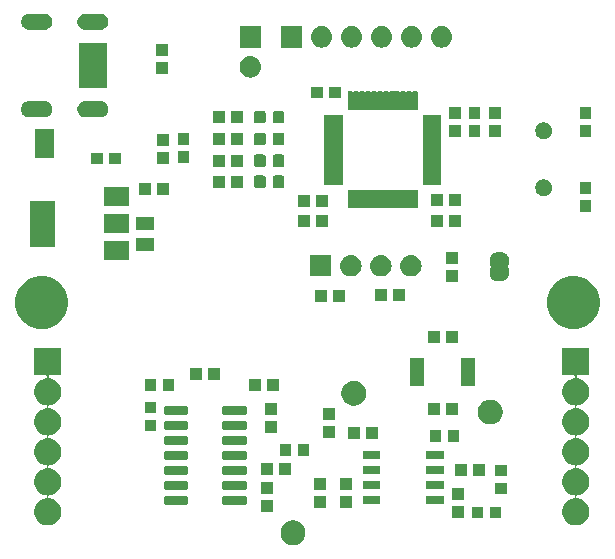
<source format=gts>
G04 #@! TF.GenerationSoftware,KiCad,Pcbnew,(5.1.2-1)-1*
G04 #@! TF.CreationDate,2019-05-13T23:44:12-03:00*
G04 #@! TF.ProjectId,Capivara,43617069-7661-4726-912e-6b696361645f,rev?*
G04 #@! TF.SameCoordinates,Original*
G04 #@! TF.FileFunction,Soldermask,Top*
G04 #@! TF.FilePolarity,Negative*
%FSLAX46Y46*%
G04 Gerber Fmt 4.6, Leading zero omitted, Abs format (unit mm)*
G04 Created by KiCad (PCBNEW (5.1.2-1)-1) date 2019-05-13 23:44:12*
%MOMM*%
%LPD*%
G04 APERTURE LIST*
%ADD10C,0.100000*%
G04 APERTURE END LIST*
D10*
G36*
X52694064Y-88206889D02*
G01*
X52885333Y-88286115D01*
X52885335Y-88286116D01*
X52956310Y-88333540D01*
X53057473Y-88401135D01*
X53203865Y-88547527D01*
X53318885Y-88719667D01*
X53398111Y-88910936D01*
X53438500Y-89113984D01*
X53438500Y-89321016D01*
X53398111Y-89524064D01*
X53318885Y-89715333D01*
X53318884Y-89715335D01*
X53203865Y-89887473D01*
X53057473Y-90033865D01*
X52885335Y-90148884D01*
X52885334Y-90148885D01*
X52885333Y-90148885D01*
X52694064Y-90228111D01*
X52491016Y-90268500D01*
X52283984Y-90268500D01*
X52080936Y-90228111D01*
X51889667Y-90148885D01*
X51889666Y-90148885D01*
X51889665Y-90148884D01*
X51717527Y-90033865D01*
X51571135Y-89887473D01*
X51456116Y-89715335D01*
X51456115Y-89715333D01*
X51376889Y-89524064D01*
X51336500Y-89321016D01*
X51336500Y-89113984D01*
X51376889Y-88910936D01*
X51456115Y-88719667D01*
X51571135Y-88547527D01*
X51717527Y-88401135D01*
X51818690Y-88333540D01*
X51889665Y-88286116D01*
X51889667Y-88286115D01*
X52080936Y-88206889D01*
X52283984Y-88166500D01*
X52491016Y-88166500D01*
X52694064Y-88206889D01*
X52694064Y-88206889D01*
G37*
G36*
X77478000Y-75890500D02*
G01*
X76512993Y-75890500D01*
X76488607Y-75892902D01*
X76465158Y-75900015D01*
X76443547Y-75911566D01*
X76424605Y-75927111D01*
X76409060Y-75946053D01*
X76397509Y-75967664D01*
X76390396Y-75991113D01*
X76387994Y-76015499D01*
X76390396Y-76039885D01*
X76397509Y-76063334D01*
X76409060Y-76084945D01*
X76424605Y-76103887D01*
X76443547Y-76119432D01*
X76465158Y-76130983D01*
X76488608Y-76138096D01*
X76662734Y-76172732D01*
X76758742Y-76212500D01*
X76851690Y-76251000D01*
X76872203Y-76259497D01*
X77060720Y-76385460D01*
X77221040Y-76545780D01*
X77347003Y-76734297D01*
X77433768Y-76943766D01*
X77478000Y-77166136D01*
X77478000Y-77392864D01*
X77433768Y-77615234D01*
X77347003Y-77824703D01*
X77221040Y-78013220D01*
X77060720Y-78173540D01*
X76872203Y-78299503D01*
X76662734Y-78386268D01*
X76535161Y-78411644D01*
X76458448Y-78426903D01*
X76434999Y-78434016D01*
X76413388Y-78445567D01*
X76394446Y-78461112D01*
X76378901Y-78480054D01*
X76367350Y-78501665D01*
X76360237Y-78525114D01*
X76357835Y-78549500D01*
X76360237Y-78573886D01*
X76367350Y-78597335D01*
X76378901Y-78618946D01*
X76394446Y-78637888D01*
X76413388Y-78653433D01*
X76434999Y-78664984D01*
X76458448Y-78672097D01*
X76515774Y-78683500D01*
X76662734Y-78712732D01*
X76872203Y-78799497D01*
X77060720Y-78925460D01*
X77221040Y-79085780D01*
X77347003Y-79274297D01*
X77433768Y-79483766D01*
X77478000Y-79706136D01*
X77478000Y-79932864D01*
X77433768Y-80155234D01*
X77347003Y-80364703D01*
X77221040Y-80553220D01*
X77060720Y-80713540D01*
X76872203Y-80839503D01*
X76662734Y-80926268D01*
X76535161Y-80951644D01*
X76458448Y-80966903D01*
X76434999Y-80974016D01*
X76413388Y-80985567D01*
X76394446Y-81001112D01*
X76378901Y-81020054D01*
X76367350Y-81041665D01*
X76360237Y-81065114D01*
X76357835Y-81089500D01*
X76360237Y-81113886D01*
X76367350Y-81137335D01*
X76378901Y-81158946D01*
X76394446Y-81177888D01*
X76413388Y-81193433D01*
X76434999Y-81204984D01*
X76458448Y-81212097D01*
X76535161Y-81227356D01*
X76662734Y-81252732D01*
X76872203Y-81339497D01*
X77060720Y-81465460D01*
X77221040Y-81625780D01*
X77347003Y-81814297D01*
X77433768Y-82023766D01*
X77478000Y-82246136D01*
X77478000Y-82472864D01*
X77433768Y-82695234D01*
X77347003Y-82904703D01*
X77221040Y-83093220D01*
X77060720Y-83253540D01*
X76872203Y-83379503D01*
X76872202Y-83379504D01*
X76872201Y-83379504D01*
X76810850Y-83404916D01*
X76662734Y-83466268D01*
X76535161Y-83491644D01*
X76458448Y-83506903D01*
X76434999Y-83514016D01*
X76413388Y-83525567D01*
X76394446Y-83541112D01*
X76378901Y-83560054D01*
X76367350Y-83581665D01*
X76360237Y-83605114D01*
X76357835Y-83629500D01*
X76360237Y-83653886D01*
X76367350Y-83677335D01*
X76378901Y-83698946D01*
X76394446Y-83717888D01*
X76413388Y-83733433D01*
X76434999Y-83744984D01*
X76458448Y-83752097D01*
X76535161Y-83767356D01*
X76662734Y-83792732D01*
X76872203Y-83879497D01*
X77060720Y-84005460D01*
X77221040Y-84165780D01*
X77347003Y-84354297D01*
X77433768Y-84563766D01*
X77478000Y-84786136D01*
X77478000Y-85012864D01*
X77433768Y-85235234D01*
X77347003Y-85444703D01*
X77221040Y-85633220D01*
X77060720Y-85793540D01*
X76872203Y-85919503D01*
X76662734Y-86006268D01*
X76535161Y-86031644D01*
X76458448Y-86046903D01*
X76434999Y-86054016D01*
X76413388Y-86065567D01*
X76394446Y-86081112D01*
X76378901Y-86100054D01*
X76367350Y-86121665D01*
X76360237Y-86145114D01*
X76357835Y-86169500D01*
X76360237Y-86193886D01*
X76367350Y-86217335D01*
X76378901Y-86238946D01*
X76394446Y-86257888D01*
X76413388Y-86273433D01*
X76434999Y-86284984D01*
X76458448Y-86292097D01*
X76535161Y-86307356D01*
X76662734Y-86332732D01*
X76810850Y-86394084D01*
X76851690Y-86411000D01*
X76872203Y-86419497D01*
X77060720Y-86545460D01*
X77221040Y-86705780D01*
X77347003Y-86894297D01*
X77433768Y-87103766D01*
X77478000Y-87326136D01*
X77478000Y-87552864D01*
X77433768Y-87775234D01*
X77347003Y-87984703D01*
X77221040Y-88173220D01*
X77060720Y-88333540D01*
X76872203Y-88459503D01*
X76662734Y-88546268D01*
X76551549Y-88568384D01*
X76440365Y-88590500D01*
X76213635Y-88590500D01*
X76102451Y-88568384D01*
X75991266Y-88546268D01*
X75781797Y-88459503D01*
X75593280Y-88333540D01*
X75432960Y-88173220D01*
X75306997Y-87984703D01*
X75220232Y-87775234D01*
X75176000Y-87552864D01*
X75176000Y-87326136D01*
X75220232Y-87103766D01*
X75306997Y-86894297D01*
X75432960Y-86705780D01*
X75593280Y-86545460D01*
X75781797Y-86419497D01*
X75802311Y-86411000D01*
X75843150Y-86394084D01*
X75991266Y-86332732D01*
X76118839Y-86307356D01*
X76195552Y-86292097D01*
X76219001Y-86284984D01*
X76240612Y-86273433D01*
X76259554Y-86257888D01*
X76275099Y-86238946D01*
X76286650Y-86217335D01*
X76293763Y-86193886D01*
X76296165Y-86169500D01*
X76293763Y-86145114D01*
X76286650Y-86121665D01*
X76275099Y-86100054D01*
X76259554Y-86081112D01*
X76240612Y-86065567D01*
X76219001Y-86054016D01*
X76195552Y-86046903D01*
X76118839Y-86031644D01*
X75991266Y-86006268D01*
X75781797Y-85919503D01*
X75593280Y-85793540D01*
X75432960Y-85633220D01*
X75306997Y-85444703D01*
X75220232Y-85235234D01*
X75176000Y-85012864D01*
X75176000Y-84786136D01*
X75220232Y-84563766D01*
X75306997Y-84354297D01*
X75432960Y-84165780D01*
X75593280Y-84005460D01*
X75781797Y-83879497D01*
X75991266Y-83792732D01*
X76118839Y-83767356D01*
X76195552Y-83752097D01*
X76219001Y-83744984D01*
X76240612Y-83733433D01*
X76259554Y-83717888D01*
X76275099Y-83698946D01*
X76286650Y-83677335D01*
X76293763Y-83653886D01*
X76296165Y-83629500D01*
X76293763Y-83605114D01*
X76286650Y-83581665D01*
X76275099Y-83560054D01*
X76259554Y-83541112D01*
X76240612Y-83525567D01*
X76219001Y-83514016D01*
X76195552Y-83506903D01*
X76118839Y-83491644D01*
X75991266Y-83466268D01*
X75843150Y-83404916D01*
X75781799Y-83379504D01*
X75781798Y-83379504D01*
X75781797Y-83379503D01*
X75593280Y-83253540D01*
X75432960Y-83093220D01*
X75306997Y-82904703D01*
X75220232Y-82695234D01*
X75176000Y-82472864D01*
X75176000Y-82246136D01*
X75220232Y-82023766D01*
X75306997Y-81814297D01*
X75432960Y-81625780D01*
X75593280Y-81465460D01*
X75781797Y-81339497D01*
X75991266Y-81252732D01*
X76118839Y-81227356D01*
X76195552Y-81212097D01*
X76219001Y-81204984D01*
X76240612Y-81193433D01*
X76259554Y-81177888D01*
X76275099Y-81158946D01*
X76286650Y-81137335D01*
X76293763Y-81113886D01*
X76296165Y-81089500D01*
X76293763Y-81065114D01*
X76286650Y-81041665D01*
X76275099Y-81020054D01*
X76259554Y-81001112D01*
X76240612Y-80985567D01*
X76219001Y-80974016D01*
X76195552Y-80966903D01*
X76118839Y-80951644D01*
X75991266Y-80926268D01*
X75781797Y-80839503D01*
X75593280Y-80713540D01*
X75432960Y-80553220D01*
X75306997Y-80364703D01*
X75220232Y-80155234D01*
X75176000Y-79932864D01*
X75176000Y-79706136D01*
X75220232Y-79483766D01*
X75306997Y-79274297D01*
X75432960Y-79085780D01*
X75593280Y-78925460D01*
X75781797Y-78799497D01*
X75991266Y-78712732D01*
X76138226Y-78683500D01*
X76195552Y-78672097D01*
X76219001Y-78664984D01*
X76240612Y-78653433D01*
X76259554Y-78637888D01*
X76275099Y-78618946D01*
X76286650Y-78597335D01*
X76293763Y-78573886D01*
X76296165Y-78549500D01*
X76293763Y-78525114D01*
X76286650Y-78501665D01*
X76275099Y-78480054D01*
X76259554Y-78461112D01*
X76240612Y-78445567D01*
X76219001Y-78434016D01*
X76195552Y-78426903D01*
X76118839Y-78411644D01*
X75991266Y-78386268D01*
X75781797Y-78299503D01*
X75593280Y-78173540D01*
X75432960Y-78013220D01*
X75306997Y-77824703D01*
X75220232Y-77615234D01*
X75176000Y-77392864D01*
X75176000Y-77166136D01*
X75220232Y-76943766D01*
X75306997Y-76734297D01*
X75432960Y-76545780D01*
X75593280Y-76385460D01*
X75781797Y-76259497D01*
X75802311Y-76251000D01*
X75895258Y-76212500D01*
X75991266Y-76172732D01*
X76165392Y-76138096D01*
X76188842Y-76130983D01*
X76210453Y-76119432D01*
X76229395Y-76103887D01*
X76244940Y-76084945D01*
X76256491Y-76063334D01*
X76263604Y-76039885D01*
X76266006Y-76015499D01*
X76263604Y-75991113D01*
X76256491Y-75967664D01*
X76244940Y-75946053D01*
X76229395Y-75927111D01*
X76210453Y-75911566D01*
X76188842Y-75900015D01*
X76165393Y-75892902D01*
X76141007Y-75890500D01*
X75176000Y-75890500D01*
X75176000Y-73588500D01*
X77478000Y-73588500D01*
X77478000Y-75890500D01*
X77478000Y-75890500D01*
G37*
G36*
X32774000Y-75890500D02*
G01*
X31808993Y-75890500D01*
X31784607Y-75892902D01*
X31761158Y-75900015D01*
X31739547Y-75911566D01*
X31720605Y-75927111D01*
X31705060Y-75946053D01*
X31693509Y-75967664D01*
X31686396Y-75991113D01*
X31683994Y-76015499D01*
X31686396Y-76039885D01*
X31693509Y-76063334D01*
X31705060Y-76084945D01*
X31720605Y-76103887D01*
X31739547Y-76119432D01*
X31761158Y-76130983D01*
X31784608Y-76138096D01*
X31958734Y-76172732D01*
X32054742Y-76212500D01*
X32147690Y-76251000D01*
X32168203Y-76259497D01*
X32356720Y-76385460D01*
X32517040Y-76545780D01*
X32643003Y-76734297D01*
X32729768Y-76943766D01*
X32774000Y-77166136D01*
X32774000Y-77392864D01*
X32729768Y-77615234D01*
X32643003Y-77824703D01*
X32517040Y-78013220D01*
X32356720Y-78173540D01*
X32168203Y-78299503D01*
X31958734Y-78386268D01*
X31831161Y-78411644D01*
X31754448Y-78426903D01*
X31730999Y-78434016D01*
X31709388Y-78445567D01*
X31690446Y-78461112D01*
X31674901Y-78480054D01*
X31663350Y-78501665D01*
X31656237Y-78525114D01*
X31653835Y-78549500D01*
X31656237Y-78573886D01*
X31663350Y-78597335D01*
X31674901Y-78618946D01*
X31690446Y-78637888D01*
X31709388Y-78653433D01*
X31730999Y-78664984D01*
X31754448Y-78672097D01*
X31811774Y-78683500D01*
X31958734Y-78712732D01*
X32168203Y-78799497D01*
X32356720Y-78925460D01*
X32517040Y-79085780D01*
X32643003Y-79274297D01*
X32729768Y-79483766D01*
X32774000Y-79706136D01*
X32774000Y-79932864D01*
X32729768Y-80155234D01*
X32643003Y-80364703D01*
X32517040Y-80553220D01*
X32356720Y-80713540D01*
X32168203Y-80839503D01*
X31958734Y-80926268D01*
X31831161Y-80951644D01*
X31754448Y-80966903D01*
X31730999Y-80974016D01*
X31709388Y-80985567D01*
X31690446Y-81001112D01*
X31674901Y-81020054D01*
X31663350Y-81041665D01*
X31656237Y-81065114D01*
X31653835Y-81089500D01*
X31656237Y-81113886D01*
X31663350Y-81137335D01*
X31674901Y-81158946D01*
X31690446Y-81177888D01*
X31709388Y-81193433D01*
X31730999Y-81204984D01*
X31754448Y-81212097D01*
X31831161Y-81227356D01*
X31958734Y-81252732D01*
X32168203Y-81339497D01*
X32356720Y-81465460D01*
X32517040Y-81625780D01*
X32643003Y-81814297D01*
X32729768Y-82023766D01*
X32774000Y-82246136D01*
X32774000Y-82472864D01*
X32729768Y-82695234D01*
X32643003Y-82904703D01*
X32517040Y-83093220D01*
X32356720Y-83253540D01*
X32168203Y-83379503D01*
X32168202Y-83379504D01*
X32168201Y-83379504D01*
X32106850Y-83404916D01*
X31958734Y-83466268D01*
X31831161Y-83491644D01*
X31754448Y-83506903D01*
X31730999Y-83514016D01*
X31709388Y-83525567D01*
X31690446Y-83541112D01*
X31674901Y-83560054D01*
X31663350Y-83581665D01*
X31656237Y-83605114D01*
X31653835Y-83629500D01*
X31656237Y-83653886D01*
X31663350Y-83677335D01*
X31674901Y-83698946D01*
X31690446Y-83717888D01*
X31709388Y-83733433D01*
X31730999Y-83744984D01*
X31754448Y-83752097D01*
X31831161Y-83767356D01*
X31958734Y-83792732D01*
X32168203Y-83879497D01*
X32356720Y-84005460D01*
X32517040Y-84165780D01*
X32643003Y-84354297D01*
X32729768Y-84563766D01*
X32774000Y-84786136D01*
X32774000Y-85012864D01*
X32729768Y-85235234D01*
X32643003Y-85444703D01*
X32517040Y-85633220D01*
X32356720Y-85793540D01*
X32168203Y-85919503D01*
X31958734Y-86006268D01*
X31831161Y-86031644D01*
X31754448Y-86046903D01*
X31730999Y-86054016D01*
X31709388Y-86065567D01*
X31690446Y-86081112D01*
X31674901Y-86100054D01*
X31663350Y-86121665D01*
X31656237Y-86145114D01*
X31653835Y-86169500D01*
X31656237Y-86193886D01*
X31663350Y-86217335D01*
X31674901Y-86238946D01*
X31690446Y-86257888D01*
X31709388Y-86273433D01*
X31730999Y-86284984D01*
X31754448Y-86292097D01*
X31831161Y-86307356D01*
X31958734Y-86332732D01*
X32106850Y-86394084D01*
X32147690Y-86411000D01*
X32168203Y-86419497D01*
X32356720Y-86545460D01*
X32517040Y-86705780D01*
X32643003Y-86894297D01*
X32729768Y-87103766D01*
X32774000Y-87326136D01*
X32774000Y-87552864D01*
X32729768Y-87775234D01*
X32643003Y-87984703D01*
X32517040Y-88173220D01*
X32356720Y-88333540D01*
X32168203Y-88459503D01*
X31958734Y-88546268D01*
X31847549Y-88568384D01*
X31736365Y-88590500D01*
X31509635Y-88590500D01*
X31398451Y-88568384D01*
X31287266Y-88546268D01*
X31077797Y-88459503D01*
X30889280Y-88333540D01*
X30728960Y-88173220D01*
X30602997Y-87984703D01*
X30516232Y-87775234D01*
X30472000Y-87552864D01*
X30472000Y-87326136D01*
X30516232Y-87103766D01*
X30602997Y-86894297D01*
X30728960Y-86705780D01*
X30889280Y-86545460D01*
X31077797Y-86419497D01*
X31098311Y-86411000D01*
X31139150Y-86394084D01*
X31287266Y-86332732D01*
X31414839Y-86307356D01*
X31491552Y-86292097D01*
X31515001Y-86284984D01*
X31536612Y-86273433D01*
X31555554Y-86257888D01*
X31571099Y-86238946D01*
X31582650Y-86217335D01*
X31589763Y-86193886D01*
X31592165Y-86169500D01*
X31589763Y-86145114D01*
X31582650Y-86121665D01*
X31571099Y-86100054D01*
X31555554Y-86081112D01*
X31536612Y-86065567D01*
X31515001Y-86054016D01*
X31491552Y-86046903D01*
X31414839Y-86031644D01*
X31287266Y-86006268D01*
X31077797Y-85919503D01*
X30889280Y-85793540D01*
X30728960Y-85633220D01*
X30602997Y-85444703D01*
X30516232Y-85235234D01*
X30472000Y-85012864D01*
X30472000Y-84786136D01*
X30516232Y-84563766D01*
X30602997Y-84354297D01*
X30728960Y-84165780D01*
X30889280Y-84005460D01*
X31077797Y-83879497D01*
X31287266Y-83792732D01*
X31414839Y-83767356D01*
X31491552Y-83752097D01*
X31515001Y-83744984D01*
X31536612Y-83733433D01*
X31555554Y-83717888D01*
X31571099Y-83698946D01*
X31582650Y-83677335D01*
X31589763Y-83653886D01*
X31592165Y-83629500D01*
X31589763Y-83605114D01*
X31582650Y-83581665D01*
X31571099Y-83560054D01*
X31555554Y-83541112D01*
X31536612Y-83525567D01*
X31515001Y-83514016D01*
X31491552Y-83506903D01*
X31414839Y-83491644D01*
X31287266Y-83466268D01*
X31139150Y-83404916D01*
X31077799Y-83379504D01*
X31077798Y-83379504D01*
X31077797Y-83379503D01*
X30889280Y-83253540D01*
X30728960Y-83093220D01*
X30602997Y-82904703D01*
X30516232Y-82695234D01*
X30472000Y-82472864D01*
X30472000Y-82246136D01*
X30516232Y-82023766D01*
X30602997Y-81814297D01*
X30728960Y-81625780D01*
X30889280Y-81465460D01*
X31077797Y-81339497D01*
X31287266Y-81252732D01*
X31414839Y-81227356D01*
X31491552Y-81212097D01*
X31515001Y-81204984D01*
X31536612Y-81193433D01*
X31555554Y-81177888D01*
X31571099Y-81158946D01*
X31582650Y-81137335D01*
X31589763Y-81113886D01*
X31592165Y-81089500D01*
X31589763Y-81065114D01*
X31582650Y-81041665D01*
X31571099Y-81020054D01*
X31555554Y-81001112D01*
X31536612Y-80985567D01*
X31515001Y-80974016D01*
X31491552Y-80966903D01*
X31414839Y-80951644D01*
X31287266Y-80926268D01*
X31077797Y-80839503D01*
X30889280Y-80713540D01*
X30728960Y-80553220D01*
X30602997Y-80364703D01*
X30516232Y-80155234D01*
X30472000Y-79932864D01*
X30472000Y-79706136D01*
X30516232Y-79483766D01*
X30602997Y-79274297D01*
X30728960Y-79085780D01*
X30889280Y-78925460D01*
X31077797Y-78799497D01*
X31287266Y-78712732D01*
X31434226Y-78683500D01*
X31491552Y-78672097D01*
X31515001Y-78664984D01*
X31536612Y-78653433D01*
X31555554Y-78637888D01*
X31571099Y-78618946D01*
X31582650Y-78597335D01*
X31589763Y-78573886D01*
X31592165Y-78549500D01*
X31589763Y-78525114D01*
X31582650Y-78501665D01*
X31571099Y-78480054D01*
X31555554Y-78461112D01*
X31536612Y-78445567D01*
X31515001Y-78434016D01*
X31491552Y-78426903D01*
X31414839Y-78411644D01*
X31287266Y-78386268D01*
X31077797Y-78299503D01*
X30889280Y-78173540D01*
X30728960Y-78013220D01*
X30602997Y-77824703D01*
X30516232Y-77615234D01*
X30472000Y-77392864D01*
X30472000Y-77166136D01*
X30516232Y-76943766D01*
X30602997Y-76734297D01*
X30728960Y-76545780D01*
X30889280Y-76385460D01*
X31077797Y-76259497D01*
X31098311Y-76251000D01*
X31191258Y-76212500D01*
X31287266Y-76172732D01*
X31461392Y-76138096D01*
X31484842Y-76130983D01*
X31506453Y-76119432D01*
X31525395Y-76103887D01*
X31540940Y-76084945D01*
X31552491Y-76063334D01*
X31559604Y-76039885D01*
X31562006Y-76015499D01*
X31559604Y-75991113D01*
X31552491Y-75967664D01*
X31540940Y-75946053D01*
X31525395Y-75927111D01*
X31506453Y-75911566D01*
X31484842Y-75900015D01*
X31461393Y-75892902D01*
X31437007Y-75890500D01*
X30472000Y-75890500D01*
X30472000Y-73588500D01*
X32774000Y-73588500D01*
X32774000Y-75890500D01*
X32774000Y-75890500D01*
G37*
G36*
X70028000Y-87998500D02*
G01*
X69037000Y-87998500D01*
X69037000Y-87007500D01*
X70028000Y-87007500D01*
X70028000Y-87998500D01*
X70028000Y-87998500D01*
G37*
G36*
X68504000Y-87998500D02*
G01*
X67513000Y-87998500D01*
X67513000Y-87007500D01*
X68504000Y-87007500D01*
X68504000Y-87998500D01*
X68504000Y-87998500D01*
G37*
G36*
X66853000Y-87935000D02*
G01*
X65862000Y-87935000D01*
X65862000Y-86944000D01*
X66853000Y-86944000D01*
X66853000Y-87935000D01*
X66853000Y-87935000D01*
G37*
G36*
X50660500Y-87427000D02*
G01*
X49669500Y-87427000D01*
X49669500Y-86436000D01*
X50660500Y-86436000D01*
X50660500Y-87427000D01*
X50660500Y-87427000D01*
G37*
G36*
X57391500Y-87109500D02*
G01*
X56400500Y-87109500D01*
X56400500Y-86118500D01*
X57391500Y-86118500D01*
X57391500Y-87109500D01*
X57391500Y-87109500D01*
G37*
G36*
X55169000Y-87109500D02*
G01*
X54178000Y-87109500D01*
X54178000Y-86118500D01*
X55169000Y-86118500D01*
X55169000Y-87109500D01*
X55169000Y-87109500D01*
G37*
G36*
X48367928Y-86138764D02*
G01*
X48389009Y-86145160D01*
X48408445Y-86155548D01*
X48425476Y-86169524D01*
X48439452Y-86186555D01*
X48449840Y-86205991D01*
X48456236Y-86227072D01*
X48459000Y-86255140D01*
X48459000Y-86718860D01*
X48456236Y-86746928D01*
X48449840Y-86768009D01*
X48439452Y-86787445D01*
X48425476Y-86804476D01*
X48408445Y-86818452D01*
X48389009Y-86828840D01*
X48367928Y-86835236D01*
X48339860Y-86838000D01*
X46526140Y-86838000D01*
X46498072Y-86835236D01*
X46476991Y-86828840D01*
X46457555Y-86818452D01*
X46440524Y-86804476D01*
X46426548Y-86787445D01*
X46416160Y-86768009D01*
X46409764Y-86746928D01*
X46407000Y-86718860D01*
X46407000Y-86255140D01*
X46409764Y-86227072D01*
X46416160Y-86205991D01*
X46426548Y-86186555D01*
X46440524Y-86169524D01*
X46457555Y-86155548D01*
X46476991Y-86145160D01*
X46498072Y-86138764D01*
X46526140Y-86136000D01*
X48339860Y-86136000D01*
X48367928Y-86138764D01*
X48367928Y-86138764D01*
G37*
G36*
X43417928Y-86138764D02*
G01*
X43439009Y-86145160D01*
X43458445Y-86155548D01*
X43475476Y-86169524D01*
X43489452Y-86186555D01*
X43499840Y-86205991D01*
X43506236Y-86227072D01*
X43509000Y-86255140D01*
X43509000Y-86718860D01*
X43506236Y-86746928D01*
X43499840Y-86768009D01*
X43489452Y-86787445D01*
X43475476Y-86804476D01*
X43458445Y-86818452D01*
X43439009Y-86828840D01*
X43417928Y-86835236D01*
X43389860Y-86838000D01*
X41576140Y-86838000D01*
X41548072Y-86835236D01*
X41526991Y-86828840D01*
X41507555Y-86818452D01*
X41490524Y-86804476D01*
X41476548Y-86787445D01*
X41466160Y-86768009D01*
X41459764Y-86746928D01*
X41457000Y-86718860D01*
X41457000Y-86255140D01*
X41459764Y-86227072D01*
X41466160Y-86205991D01*
X41476548Y-86186555D01*
X41490524Y-86169524D01*
X41507555Y-86155548D01*
X41526991Y-86145160D01*
X41548072Y-86138764D01*
X41576140Y-86136000D01*
X43389860Y-86136000D01*
X43417928Y-86138764D01*
X43417928Y-86138764D01*
G37*
G36*
X65170250Y-86774220D02*
G01*
X63668710Y-86774220D01*
X63668710Y-86072780D01*
X65170250Y-86072780D01*
X65170250Y-86774220D01*
X65170250Y-86774220D01*
G37*
G36*
X59775290Y-86774220D02*
G01*
X58273750Y-86774220D01*
X58273750Y-86072780D01*
X59775290Y-86072780D01*
X59775290Y-86774220D01*
X59775290Y-86774220D01*
G37*
G36*
X66853000Y-86411000D02*
G01*
X65862000Y-86411000D01*
X65862000Y-85420000D01*
X66853000Y-85420000D01*
X66853000Y-86411000D01*
X66853000Y-86411000D01*
G37*
G36*
X70478000Y-85972000D02*
G01*
X69476000Y-85972000D01*
X69476000Y-84970000D01*
X70478000Y-84970000D01*
X70478000Y-85972000D01*
X70478000Y-85972000D01*
G37*
G36*
X50660500Y-85903000D02*
G01*
X49669500Y-85903000D01*
X49669500Y-84912000D01*
X50660500Y-84912000D01*
X50660500Y-85903000D01*
X50660500Y-85903000D01*
G37*
G36*
X57391500Y-85585500D02*
G01*
X56400500Y-85585500D01*
X56400500Y-84594500D01*
X57391500Y-84594500D01*
X57391500Y-85585500D01*
X57391500Y-85585500D01*
G37*
G36*
X55169000Y-85585500D02*
G01*
X54178000Y-85585500D01*
X54178000Y-84594500D01*
X55169000Y-84594500D01*
X55169000Y-85585500D01*
X55169000Y-85585500D01*
G37*
G36*
X48367928Y-84868764D02*
G01*
X48389009Y-84875160D01*
X48408445Y-84885548D01*
X48425476Y-84899524D01*
X48439452Y-84916555D01*
X48449840Y-84935991D01*
X48456236Y-84957072D01*
X48459000Y-84985140D01*
X48459000Y-85448860D01*
X48456236Y-85476928D01*
X48449840Y-85498009D01*
X48439452Y-85517445D01*
X48425476Y-85534476D01*
X48408445Y-85548452D01*
X48389009Y-85558840D01*
X48367928Y-85565236D01*
X48339860Y-85568000D01*
X46526140Y-85568000D01*
X46498072Y-85565236D01*
X46476991Y-85558840D01*
X46457555Y-85548452D01*
X46440524Y-85534476D01*
X46426548Y-85517445D01*
X46416160Y-85498009D01*
X46409764Y-85476928D01*
X46407000Y-85448860D01*
X46407000Y-84985140D01*
X46409764Y-84957072D01*
X46416160Y-84935991D01*
X46426548Y-84916555D01*
X46440524Y-84899524D01*
X46457555Y-84885548D01*
X46476991Y-84875160D01*
X46498072Y-84868764D01*
X46526140Y-84866000D01*
X48339860Y-84866000D01*
X48367928Y-84868764D01*
X48367928Y-84868764D01*
G37*
G36*
X43417928Y-84868764D02*
G01*
X43439009Y-84875160D01*
X43458445Y-84885548D01*
X43475476Y-84899524D01*
X43489452Y-84916555D01*
X43499840Y-84935991D01*
X43506236Y-84957072D01*
X43509000Y-84985140D01*
X43509000Y-85448860D01*
X43506236Y-85476928D01*
X43499840Y-85498009D01*
X43489452Y-85517445D01*
X43475476Y-85534476D01*
X43458445Y-85548452D01*
X43439009Y-85558840D01*
X43417928Y-85565236D01*
X43389860Y-85568000D01*
X41576140Y-85568000D01*
X41548072Y-85565236D01*
X41526991Y-85558840D01*
X41507555Y-85548452D01*
X41490524Y-85534476D01*
X41476548Y-85517445D01*
X41466160Y-85498009D01*
X41459764Y-85476928D01*
X41457000Y-85448860D01*
X41457000Y-84985140D01*
X41459764Y-84957072D01*
X41466160Y-84935991D01*
X41476548Y-84916555D01*
X41490524Y-84899524D01*
X41507555Y-84885548D01*
X41526991Y-84875160D01*
X41548072Y-84868764D01*
X41576140Y-84866000D01*
X43389860Y-84866000D01*
X43417928Y-84868764D01*
X43417928Y-84868764D01*
G37*
G36*
X59775290Y-85504220D02*
G01*
X58273750Y-85504220D01*
X58273750Y-84802780D01*
X59775290Y-84802780D01*
X59775290Y-85504220D01*
X59775290Y-85504220D01*
G37*
G36*
X65170250Y-85504220D02*
G01*
X63668710Y-85504220D01*
X63668710Y-84802780D01*
X65170250Y-84802780D01*
X65170250Y-85504220D01*
X65170250Y-85504220D01*
G37*
G36*
X70478000Y-84448000D02*
G01*
X69476000Y-84448000D01*
X69476000Y-83446000D01*
X70478000Y-83446000D01*
X70478000Y-84448000D01*
X70478000Y-84448000D01*
G37*
G36*
X67107000Y-84379000D02*
G01*
X66116000Y-84379000D01*
X66116000Y-83388000D01*
X67107000Y-83388000D01*
X67107000Y-84379000D01*
X67107000Y-84379000D01*
G37*
G36*
X68631000Y-84379000D02*
G01*
X67640000Y-84379000D01*
X67640000Y-83388000D01*
X68631000Y-83388000D01*
X68631000Y-84379000D01*
X68631000Y-84379000D01*
G37*
G36*
X52184500Y-84315500D02*
G01*
X51193500Y-84315500D01*
X51193500Y-83324500D01*
X52184500Y-83324500D01*
X52184500Y-84315500D01*
X52184500Y-84315500D01*
G37*
G36*
X50660500Y-84315500D02*
G01*
X49669500Y-84315500D01*
X49669500Y-83324500D01*
X50660500Y-83324500D01*
X50660500Y-84315500D01*
X50660500Y-84315500D01*
G37*
G36*
X43417928Y-83598764D02*
G01*
X43439009Y-83605160D01*
X43458445Y-83615548D01*
X43475476Y-83629524D01*
X43489452Y-83646555D01*
X43499840Y-83665991D01*
X43506236Y-83687072D01*
X43509000Y-83715140D01*
X43509000Y-84178860D01*
X43506236Y-84206928D01*
X43499840Y-84228009D01*
X43489452Y-84247445D01*
X43475476Y-84264476D01*
X43458445Y-84278452D01*
X43439009Y-84288840D01*
X43417928Y-84295236D01*
X43389860Y-84298000D01*
X41576140Y-84298000D01*
X41548072Y-84295236D01*
X41526991Y-84288840D01*
X41507555Y-84278452D01*
X41490524Y-84264476D01*
X41476548Y-84247445D01*
X41466160Y-84228009D01*
X41459764Y-84206928D01*
X41457000Y-84178860D01*
X41457000Y-83715140D01*
X41459764Y-83687072D01*
X41466160Y-83665991D01*
X41476548Y-83646555D01*
X41490524Y-83629524D01*
X41507555Y-83615548D01*
X41526991Y-83605160D01*
X41548072Y-83598764D01*
X41576140Y-83596000D01*
X43389860Y-83596000D01*
X43417928Y-83598764D01*
X43417928Y-83598764D01*
G37*
G36*
X48367928Y-83598764D02*
G01*
X48389009Y-83605160D01*
X48408445Y-83615548D01*
X48425476Y-83629524D01*
X48439452Y-83646555D01*
X48449840Y-83665991D01*
X48456236Y-83687072D01*
X48459000Y-83715140D01*
X48459000Y-84178860D01*
X48456236Y-84206928D01*
X48449840Y-84228009D01*
X48439452Y-84247445D01*
X48425476Y-84264476D01*
X48408445Y-84278452D01*
X48389009Y-84288840D01*
X48367928Y-84295236D01*
X48339860Y-84298000D01*
X46526140Y-84298000D01*
X46498072Y-84295236D01*
X46476991Y-84288840D01*
X46457555Y-84278452D01*
X46440524Y-84264476D01*
X46426548Y-84247445D01*
X46416160Y-84228009D01*
X46409764Y-84206928D01*
X46407000Y-84178860D01*
X46407000Y-83715140D01*
X46409764Y-83687072D01*
X46416160Y-83665991D01*
X46426548Y-83646555D01*
X46440524Y-83629524D01*
X46457555Y-83615548D01*
X46476991Y-83605160D01*
X46498072Y-83598764D01*
X46526140Y-83596000D01*
X48339860Y-83596000D01*
X48367928Y-83598764D01*
X48367928Y-83598764D01*
G37*
G36*
X65170250Y-84234220D02*
G01*
X63668710Y-84234220D01*
X63668710Y-83532780D01*
X65170250Y-83532780D01*
X65170250Y-84234220D01*
X65170250Y-84234220D01*
G37*
G36*
X59775290Y-84234220D02*
G01*
X58273750Y-84234220D01*
X58273750Y-83532780D01*
X59775290Y-83532780D01*
X59775290Y-84234220D01*
X59775290Y-84234220D01*
G37*
G36*
X43417928Y-82328764D02*
G01*
X43439009Y-82335160D01*
X43458445Y-82345548D01*
X43475476Y-82359524D01*
X43489452Y-82376555D01*
X43499840Y-82395991D01*
X43506236Y-82417072D01*
X43509000Y-82445140D01*
X43509000Y-82908860D01*
X43506236Y-82936928D01*
X43499840Y-82958009D01*
X43489452Y-82977445D01*
X43475476Y-82994476D01*
X43458445Y-83008452D01*
X43439009Y-83018840D01*
X43417928Y-83025236D01*
X43389860Y-83028000D01*
X41576140Y-83028000D01*
X41548072Y-83025236D01*
X41526991Y-83018840D01*
X41507555Y-83008452D01*
X41490524Y-82994476D01*
X41476548Y-82977445D01*
X41466160Y-82958009D01*
X41459764Y-82936928D01*
X41457000Y-82908860D01*
X41457000Y-82445140D01*
X41459764Y-82417072D01*
X41466160Y-82395991D01*
X41476548Y-82376555D01*
X41490524Y-82359524D01*
X41507555Y-82345548D01*
X41526991Y-82335160D01*
X41548072Y-82328764D01*
X41576140Y-82326000D01*
X43389860Y-82326000D01*
X43417928Y-82328764D01*
X43417928Y-82328764D01*
G37*
G36*
X48367928Y-82328764D02*
G01*
X48389009Y-82335160D01*
X48408445Y-82345548D01*
X48425476Y-82359524D01*
X48439452Y-82376555D01*
X48449840Y-82395991D01*
X48456236Y-82417072D01*
X48459000Y-82445140D01*
X48459000Y-82908860D01*
X48456236Y-82936928D01*
X48449840Y-82958009D01*
X48439452Y-82977445D01*
X48425476Y-82994476D01*
X48408445Y-83008452D01*
X48389009Y-83018840D01*
X48367928Y-83025236D01*
X48339860Y-83028000D01*
X46526140Y-83028000D01*
X46498072Y-83025236D01*
X46476991Y-83018840D01*
X46457555Y-83008452D01*
X46440524Y-82994476D01*
X46426548Y-82977445D01*
X46416160Y-82958009D01*
X46409764Y-82936928D01*
X46407000Y-82908860D01*
X46407000Y-82445140D01*
X46409764Y-82417072D01*
X46416160Y-82395991D01*
X46426548Y-82376555D01*
X46440524Y-82359524D01*
X46457555Y-82345548D01*
X46476991Y-82335160D01*
X46498072Y-82328764D01*
X46526140Y-82326000D01*
X48339860Y-82326000D01*
X48367928Y-82328764D01*
X48367928Y-82328764D01*
G37*
G36*
X59775290Y-82964220D02*
G01*
X58273750Y-82964220D01*
X58273750Y-82262780D01*
X59775290Y-82262780D01*
X59775290Y-82964220D01*
X59775290Y-82964220D01*
G37*
G36*
X65170250Y-82964220D02*
G01*
X63668710Y-82964220D01*
X63668710Y-82262780D01*
X65170250Y-82262780D01*
X65170250Y-82964220D01*
X65170250Y-82964220D01*
G37*
G36*
X52248000Y-82728000D02*
G01*
X51257000Y-82728000D01*
X51257000Y-81737000D01*
X52248000Y-81737000D01*
X52248000Y-82728000D01*
X52248000Y-82728000D01*
G37*
G36*
X53772000Y-82728000D02*
G01*
X52781000Y-82728000D01*
X52781000Y-81737000D01*
X53772000Y-81737000D01*
X53772000Y-82728000D01*
X53772000Y-82728000D01*
G37*
G36*
X43417928Y-81058764D02*
G01*
X43439009Y-81065160D01*
X43458445Y-81075548D01*
X43475476Y-81089524D01*
X43489452Y-81106555D01*
X43499840Y-81125991D01*
X43506236Y-81147072D01*
X43509000Y-81175140D01*
X43509000Y-81638860D01*
X43506236Y-81666928D01*
X43499840Y-81688009D01*
X43489452Y-81707445D01*
X43475476Y-81724476D01*
X43458445Y-81738452D01*
X43439009Y-81748840D01*
X43417928Y-81755236D01*
X43389860Y-81758000D01*
X41576140Y-81758000D01*
X41548072Y-81755236D01*
X41526991Y-81748840D01*
X41507555Y-81738452D01*
X41490524Y-81724476D01*
X41476548Y-81707445D01*
X41466160Y-81688009D01*
X41459764Y-81666928D01*
X41457000Y-81638860D01*
X41457000Y-81175140D01*
X41459764Y-81147072D01*
X41466160Y-81125991D01*
X41476548Y-81106555D01*
X41490524Y-81089524D01*
X41507555Y-81075548D01*
X41526991Y-81065160D01*
X41548072Y-81058764D01*
X41576140Y-81056000D01*
X43389860Y-81056000D01*
X43417928Y-81058764D01*
X43417928Y-81058764D01*
G37*
G36*
X48367928Y-81058764D02*
G01*
X48389009Y-81065160D01*
X48408445Y-81075548D01*
X48425476Y-81089524D01*
X48439452Y-81106555D01*
X48449840Y-81125991D01*
X48456236Y-81147072D01*
X48459000Y-81175140D01*
X48459000Y-81638860D01*
X48456236Y-81666928D01*
X48449840Y-81688009D01*
X48439452Y-81707445D01*
X48425476Y-81724476D01*
X48408445Y-81738452D01*
X48389009Y-81748840D01*
X48367928Y-81755236D01*
X48339860Y-81758000D01*
X46526140Y-81758000D01*
X46498072Y-81755236D01*
X46476991Y-81748840D01*
X46457555Y-81738452D01*
X46440524Y-81724476D01*
X46426548Y-81707445D01*
X46416160Y-81688009D01*
X46409764Y-81666928D01*
X46407000Y-81638860D01*
X46407000Y-81175140D01*
X46409764Y-81147072D01*
X46416160Y-81125991D01*
X46426548Y-81106555D01*
X46440524Y-81089524D01*
X46457555Y-81075548D01*
X46476991Y-81065160D01*
X46498072Y-81058764D01*
X46526140Y-81056000D01*
X48339860Y-81056000D01*
X48367928Y-81058764D01*
X48367928Y-81058764D01*
G37*
G36*
X64948000Y-81521500D02*
G01*
X63957000Y-81521500D01*
X63957000Y-80530500D01*
X64948000Y-80530500D01*
X64948000Y-81521500D01*
X64948000Y-81521500D01*
G37*
G36*
X66472000Y-81521500D02*
G01*
X65481000Y-81521500D01*
X65481000Y-80530500D01*
X66472000Y-80530500D01*
X66472000Y-81521500D01*
X66472000Y-81521500D01*
G37*
G36*
X58026500Y-81267500D02*
G01*
X57035500Y-81267500D01*
X57035500Y-80276500D01*
X58026500Y-80276500D01*
X58026500Y-81267500D01*
X58026500Y-81267500D01*
G37*
G36*
X59550500Y-81267500D02*
G01*
X58559500Y-81267500D01*
X58559500Y-80276500D01*
X59550500Y-80276500D01*
X59550500Y-81267500D01*
X59550500Y-81267500D01*
G37*
G36*
X55936500Y-81209500D02*
G01*
X54934500Y-81209500D01*
X54934500Y-80207500D01*
X55936500Y-80207500D01*
X55936500Y-81209500D01*
X55936500Y-81209500D01*
G37*
G36*
X51041500Y-80759500D02*
G01*
X50050500Y-80759500D01*
X50050500Y-79768500D01*
X51041500Y-79768500D01*
X51041500Y-80759500D01*
X51041500Y-80759500D01*
G37*
G36*
X40818000Y-80632500D02*
G01*
X39827000Y-80632500D01*
X39827000Y-79641500D01*
X40818000Y-79641500D01*
X40818000Y-80632500D01*
X40818000Y-80632500D01*
G37*
G36*
X43417928Y-79788764D02*
G01*
X43439009Y-79795160D01*
X43458445Y-79805548D01*
X43475476Y-79819524D01*
X43489452Y-79836555D01*
X43499840Y-79855991D01*
X43506236Y-79877072D01*
X43509000Y-79905140D01*
X43509000Y-80368860D01*
X43506236Y-80396928D01*
X43499840Y-80418009D01*
X43489452Y-80437445D01*
X43475476Y-80454476D01*
X43458445Y-80468452D01*
X43439009Y-80478840D01*
X43417928Y-80485236D01*
X43389860Y-80488000D01*
X41576140Y-80488000D01*
X41548072Y-80485236D01*
X41526991Y-80478840D01*
X41507555Y-80468452D01*
X41490524Y-80454476D01*
X41476548Y-80437445D01*
X41466160Y-80418009D01*
X41459764Y-80396928D01*
X41457000Y-80368860D01*
X41457000Y-79905140D01*
X41459764Y-79877072D01*
X41466160Y-79855991D01*
X41476548Y-79836555D01*
X41490524Y-79819524D01*
X41507555Y-79805548D01*
X41526991Y-79795160D01*
X41548072Y-79788764D01*
X41576140Y-79786000D01*
X43389860Y-79786000D01*
X43417928Y-79788764D01*
X43417928Y-79788764D01*
G37*
G36*
X48367928Y-79788764D02*
G01*
X48389009Y-79795160D01*
X48408445Y-79805548D01*
X48425476Y-79819524D01*
X48439452Y-79836555D01*
X48449840Y-79855991D01*
X48456236Y-79877072D01*
X48459000Y-79905140D01*
X48459000Y-80368860D01*
X48456236Y-80396928D01*
X48449840Y-80418009D01*
X48439452Y-80437445D01*
X48425476Y-80454476D01*
X48408445Y-80468452D01*
X48389009Y-80478840D01*
X48367928Y-80485236D01*
X48339860Y-80488000D01*
X46526140Y-80488000D01*
X46498072Y-80485236D01*
X46476991Y-80478840D01*
X46457555Y-80468452D01*
X46440524Y-80454476D01*
X46426548Y-80437445D01*
X46416160Y-80418009D01*
X46409764Y-80396928D01*
X46407000Y-80368860D01*
X46407000Y-79905140D01*
X46409764Y-79877072D01*
X46416160Y-79855991D01*
X46426548Y-79836555D01*
X46440524Y-79819524D01*
X46457555Y-79805548D01*
X46476991Y-79795160D01*
X46498072Y-79788764D01*
X46526140Y-79786000D01*
X48339860Y-79786000D01*
X48367928Y-79788764D01*
X48367928Y-79788764D01*
G37*
G36*
X69394564Y-77983389D02*
G01*
X69585833Y-78062615D01*
X69585835Y-78062616D01*
X69757973Y-78177635D01*
X69904365Y-78324027D01*
X69973105Y-78426903D01*
X70019385Y-78496167D01*
X70098611Y-78687436D01*
X70139000Y-78890484D01*
X70139000Y-79097516D01*
X70098611Y-79300564D01*
X70022726Y-79483766D01*
X70019384Y-79491835D01*
X69904365Y-79663973D01*
X69757973Y-79810365D01*
X69585835Y-79925384D01*
X69585834Y-79925385D01*
X69585833Y-79925385D01*
X69394564Y-80004611D01*
X69191516Y-80045000D01*
X68984484Y-80045000D01*
X68781436Y-80004611D01*
X68590167Y-79925385D01*
X68590166Y-79925385D01*
X68590165Y-79925384D01*
X68418027Y-79810365D01*
X68271635Y-79663973D01*
X68156616Y-79491835D01*
X68153274Y-79483766D01*
X68077389Y-79300564D01*
X68037000Y-79097516D01*
X68037000Y-78890484D01*
X68077389Y-78687436D01*
X68156615Y-78496167D01*
X68202896Y-78426903D01*
X68271635Y-78324027D01*
X68418027Y-78177635D01*
X68590165Y-78062616D01*
X68590167Y-78062615D01*
X68781436Y-77983389D01*
X68984484Y-77943000D01*
X69191516Y-77943000D01*
X69394564Y-77983389D01*
X69394564Y-77983389D01*
G37*
G36*
X55936500Y-79685500D02*
G01*
X54934500Y-79685500D01*
X54934500Y-78683500D01*
X55936500Y-78683500D01*
X55936500Y-79685500D01*
X55936500Y-79685500D01*
G37*
G36*
X66345000Y-79235500D02*
G01*
X65354000Y-79235500D01*
X65354000Y-78244500D01*
X66345000Y-78244500D01*
X66345000Y-79235500D01*
X66345000Y-79235500D01*
G37*
G36*
X64821000Y-79235500D02*
G01*
X63830000Y-79235500D01*
X63830000Y-78244500D01*
X64821000Y-78244500D01*
X64821000Y-79235500D01*
X64821000Y-79235500D01*
G37*
G36*
X51041500Y-79235500D02*
G01*
X50050500Y-79235500D01*
X50050500Y-78244500D01*
X51041500Y-78244500D01*
X51041500Y-79235500D01*
X51041500Y-79235500D01*
G37*
G36*
X48367928Y-78518764D02*
G01*
X48389009Y-78525160D01*
X48408445Y-78535548D01*
X48425476Y-78549524D01*
X48439452Y-78566555D01*
X48449840Y-78585991D01*
X48456236Y-78607072D01*
X48459000Y-78635140D01*
X48459000Y-79098860D01*
X48456236Y-79126928D01*
X48449840Y-79148009D01*
X48439452Y-79167445D01*
X48425476Y-79184476D01*
X48408445Y-79198452D01*
X48389009Y-79208840D01*
X48367928Y-79215236D01*
X48339860Y-79218000D01*
X46526140Y-79218000D01*
X46498072Y-79215236D01*
X46476991Y-79208840D01*
X46457555Y-79198452D01*
X46440524Y-79184476D01*
X46426548Y-79167445D01*
X46416160Y-79148009D01*
X46409764Y-79126928D01*
X46407000Y-79098860D01*
X46407000Y-78635140D01*
X46409764Y-78607072D01*
X46416160Y-78585991D01*
X46426548Y-78566555D01*
X46440524Y-78549524D01*
X46457555Y-78535548D01*
X46476991Y-78525160D01*
X46498072Y-78518764D01*
X46526140Y-78516000D01*
X48339860Y-78516000D01*
X48367928Y-78518764D01*
X48367928Y-78518764D01*
G37*
G36*
X43417928Y-78518764D02*
G01*
X43439009Y-78525160D01*
X43458445Y-78535548D01*
X43475476Y-78549524D01*
X43489452Y-78566555D01*
X43499840Y-78585991D01*
X43506236Y-78607072D01*
X43509000Y-78635140D01*
X43509000Y-79098860D01*
X43506236Y-79126928D01*
X43499840Y-79148009D01*
X43489452Y-79167445D01*
X43475476Y-79184476D01*
X43458445Y-79198452D01*
X43439009Y-79208840D01*
X43417928Y-79215236D01*
X43389860Y-79218000D01*
X41576140Y-79218000D01*
X41548072Y-79215236D01*
X41526991Y-79208840D01*
X41507555Y-79198452D01*
X41490524Y-79184476D01*
X41476548Y-79167445D01*
X41466160Y-79148009D01*
X41459764Y-79126928D01*
X41457000Y-79098860D01*
X41457000Y-78635140D01*
X41459764Y-78607072D01*
X41466160Y-78585991D01*
X41476548Y-78566555D01*
X41490524Y-78549524D01*
X41507555Y-78535548D01*
X41526991Y-78525160D01*
X41548072Y-78518764D01*
X41576140Y-78516000D01*
X43389860Y-78516000D01*
X43417928Y-78518764D01*
X43417928Y-78518764D01*
G37*
G36*
X40818000Y-79108500D02*
G01*
X39827000Y-79108500D01*
X39827000Y-78117500D01*
X40818000Y-78117500D01*
X40818000Y-79108500D01*
X40818000Y-79108500D01*
G37*
G36*
X57837564Y-76395889D02*
G01*
X57974235Y-76452500D01*
X58028835Y-76475116D01*
X58200973Y-76590135D01*
X58347365Y-76736527D01*
X58462385Y-76908667D01*
X58541611Y-77099936D01*
X58582000Y-77302984D01*
X58582000Y-77510016D01*
X58541611Y-77713064D01*
X58462385Y-77904333D01*
X58462384Y-77904335D01*
X58347365Y-78076473D01*
X58200973Y-78222865D01*
X58028835Y-78337884D01*
X58028834Y-78337885D01*
X58028833Y-78337885D01*
X57837564Y-78417111D01*
X57634516Y-78457500D01*
X57427484Y-78457500D01*
X57224436Y-78417111D01*
X57033167Y-78337885D01*
X57033166Y-78337885D01*
X57033165Y-78337884D01*
X56861027Y-78222865D01*
X56714635Y-78076473D01*
X56599616Y-77904335D01*
X56599615Y-77904333D01*
X56520389Y-77713064D01*
X56480000Y-77510016D01*
X56480000Y-77302984D01*
X56520389Y-77099936D01*
X56599615Y-76908667D01*
X56714635Y-76736527D01*
X56861027Y-76590135D01*
X57033165Y-76475116D01*
X57087765Y-76452500D01*
X57224436Y-76395889D01*
X57427484Y-76355500D01*
X57634516Y-76355500D01*
X57837564Y-76395889D01*
X57837564Y-76395889D01*
G37*
G36*
X49644500Y-77203500D02*
G01*
X48653500Y-77203500D01*
X48653500Y-76212500D01*
X49644500Y-76212500D01*
X49644500Y-77203500D01*
X49644500Y-77203500D01*
G37*
G36*
X40818000Y-77203500D02*
G01*
X39827000Y-77203500D01*
X39827000Y-76212500D01*
X40818000Y-76212500D01*
X40818000Y-77203500D01*
X40818000Y-77203500D01*
G37*
G36*
X42342000Y-77203500D02*
G01*
X41351000Y-77203500D01*
X41351000Y-76212500D01*
X42342000Y-76212500D01*
X42342000Y-77203500D01*
X42342000Y-77203500D01*
G37*
G36*
X51168500Y-77203500D02*
G01*
X50177500Y-77203500D01*
X50177500Y-76212500D01*
X51168500Y-76212500D01*
X51168500Y-77203500D01*
X51168500Y-77203500D01*
G37*
G36*
X67775000Y-76804500D02*
G01*
X66573000Y-76804500D01*
X66573000Y-74452500D01*
X67775000Y-74452500D01*
X67775000Y-76804500D01*
X67775000Y-76804500D01*
G37*
G36*
X63475000Y-76804500D02*
G01*
X62273000Y-76804500D01*
X62273000Y-74452500D01*
X63475000Y-74452500D01*
X63475000Y-76804500D01*
X63475000Y-76804500D01*
G37*
G36*
X46215500Y-76251000D02*
G01*
X45224500Y-76251000D01*
X45224500Y-75260000D01*
X46215500Y-75260000D01*
X46215500Y-76251000D01*
X46215500Y-76251000D01*
G37*
G36*
X44691500Y-76251000D02*
G01*
X43700500Y-76251000D01*
X43700500Y-75260000D01*
X44691500Y-75260000D01*
X44691500Y-76251000D01*
X44691500Y-76251000D01*
G37*
G36*
X64821000Y-73139500D02*
G01*
X63830000Y-73139500D01*
X63830000Y-72148500D01*
X64821000Y-72148500D01*
X64821000Y-73139500D01*
X64821000Y-73139500D01*
G37*
G36*
X66345000Y-73139500D02*
G01*
X65354000Y-73139500D01*
X65354000Y-72148500D01*
X66345000Y-72148500D01*
X66345000Y-73139500D01*
X66345000Y-73139500D01*
G37*
G36*
X76383122Y-67489233D02*
G01*
X76771593Y-67566504D01*
X77181249Y-67736189D01*
X77549929Y-67982534D01*
X77863466Y-68296071D01*
X78109811Y-68664751D01*
X78279496Y-69074407D01*
X78366000Y-69509296D01*
X78366000Y-69952704D01*
X78279496Y-70387593D01*
X78109811Y-70797249D01*
X77863466Y-71165929D01*
X77549929Y-71479466D01*
X77181249Y-71725811D01*
X76771593Y-71895496D01*
X76390880Y-71971224D01*
X76336705Y-71982000D01*
X75893295Y-71982000D01*
X75839120Y-71971224D01*
X75458407Y-71895496D01*
X75048751Y-71725811D01*
X74680071Y-71479466D01*
X74366534Y-71165929D01*
X74120189Y-70797249D01*
X73950504Y-70387593D01*
X73864000Y-69952704D01*
X73864000Y-69509296D01*
X73950504Y-69074407D01*
X74120189Y-68664751D01*
X74366534Y-68296071D01*
X74680071Y-67982534D01*
X75048751Y-67736189D01*
X75458407Y-67566504D01*
X75846878Y-67489233D01*
X75893295Y-67480000D01*
X76336705Y-67480000D01*
X76383122Y-67489233D01*
X76383122Y-67489233D01*
G37*
G36*
X31383122Y-67489233D02*
G01*
X31771593Y-67566504D01*
X32181249Y-67736189D01*
X32549929Y-67982534D01*
X32863466Y-68296071D01*
X33109811Y-68664751D01*
X33279496Y-69074407D01*
X33366000Y-69509296D01*
X33366000Y-69952704D01*
X33279496Y-70387593D01*
X33109811Y-70797249D01*
X32863466Y-71165929D01*
X32549929Y-71479466D01*
X32181249Y-71725811D01*
X31771593Y-71895496D01*
X31390880Y-71971224D01*
X31336705Y-71982000D01*
X30893295Y-71982000D01*
X30839120Y-71971224D01*
X30458407Y-71895496D01*
X30048751Y-71725811D01*
X29680071Y-71479466D01*
X29366534Y-71165929D01*
X29120189Y-70797249D01*
X28950504Y-70387593D01*
X28864000Y-69952704D01*
X28864000Y-69509296D01*
X28950504Y-69074407D01*
X29120189Y-68664751D01*
X29366534Y-68296071D01*
X29680071Y-67982534D01*
X30048751Y-67736189D01*
X30458407Y-67566504D01*
X30846878Y-67489233D01*
X30893295Y-67480000D01*
X31336705Y-67480000D01*
X31383122Y-67489233D01*
X31383122Y-67489233D01*
G37*
G36*
X56756500Y-69647000D02*
G01*
X55765500Y-69647000D01*
X55765500Y-68656000D01*
X56756500Y-68656000D01*
X56756500Y-69647000D01*
X56756500Y-69647000D01*
G37*
G36*
X55232500Y-69647000D02*
G01*
X54241500Y-69647000D01*
X54241500Y-68656000D01*
X55232500Y-68656000D01*
X55232500Y-69647000D01*
X55232500Y-69647000D01*
G37*
G36*
X61836500Y-69583500D02*
G01*
X60845500Y-69583500D01*
X60845500Y-68592500D01*
X61836500Y-68592500D01*
X61836500Y-69583500D01*
X61836500Y-69583500D01*
G37*
G36*
X60312500Y-69583500D02*
G01*
X59321500Y-69583500D01*
X59321500Y-68592500D01*
X60312500Y-68592500D01*
X60312500Y-69583500D01*
X60312500Y-69583500D01*
G37*
G36*
X66345000Y-67996000D02*
G01*
X65354000Y-67996000D01*
X65354000Y-67005000D01*
X66345000Y-67005000D01*
X66345000Y-67996000D01*
X66345000Y-67996000D01*
G37*
G36*
X70112199Y-65489954D02*
G01*
X70124450Y-65490556D01*
X70142869Y-65490556D01*
X70165149Y-65492750D01*
X70249233Y-65509476D01*
X70270660Y-65515976D01*
X70349858Y-65548780D01*
X70355303Y-65551691D01*
X70355309Y-65551693D01*
X70364169Y-65556429D01*
X70364173Y-65556432D01*
X70369614Y-65559340D01*
X70440899Y-65606971D01*
X70458204Y-65621172D01*
X70518828Y-65681796D01*
X70533029Y-65699101D01*
X70580660Y-65770386D01*
X70583568Y-65775827D01*
X70583571Y-65775831D01*
X70588307Y-65784691D01*
X70588309Y-65784697D01*
X70591220Y-65790142D01*
X70624024Y-65869340D01*
X70630524Y-65890767D01*
X70647250Y-65974851D01*
X70649444Y-65997131D01*
X70649444Y-66015550D01*
X70650046Y-66027801D01*
X70651852Y-66046139D01*
X70651852Y-66533860D01*
X70650263Y-66549999D01*
X70647348Y-66559608D01*
X70642610Y-66568472D01*
X70636237Y-66576237D01*
X70623794Y-66586448D01*
X70613425Y-66593378D01*
X70596098Y-66610705D01*
X70582485Y-66631080D01*
X70573109Y-66653720D01*
X70568329Y-66677753D01*
X70568330Y-66702257D01*
X70573112Y-66726290D01*
X70582490Y-66748929D01*
X70596105Y-66769302D01*
X70613432Y-66786629D01*
X70623802Y-66793558D01*
X70636237Y-66803763D01*
X70642610Y-66811528D01*
X70647348Y-66820392D01*
X70650263Y-66830001D01*
X70651852Y-66846140D01*
X70651852Y-67333862D01*
X70650046Y-67352199D01*
X70649444Y-67364450D01*
X70649444Y-67382869D01*
X70647250Y-67405149D01*
X70630524Y-67489233D01*
X70624024Y-67510660D01*
X70591220Y-67589858D01*
X70588309Y-67595303D01*
X70588307Y-67595309D01*
X70583571Y-67604169D01*
X70583568Y-67604173D01*
X70580660Y-67609614D01*
X70533029Y-67680899D01*
X70518828Y-67698204D01*
X70458204Y-67758828D01*
X70440899Y-67773029D01*
X70369614Y-67820660D01*
X70364173Y-67823568D01*
X70364169Y-67823571D01*
X70355309Y-67828307D01*
X70355303Y-67828309D01*
X70349858Y-67831220D01*
X70270660Y-67864024D01*
X70249233Y-67870524D01*
X70165149Y-67887250D01*
X70142869Y-67889444D01*
X70124450Y-67889444D01*
X70112199Y-67890046D01*
X70093862Y-67891852D01*
X69606138Y-67891852D01*
X69587801Y-67890046D01*
X69575550Y-67889444D01*
X69557131Y-67889444D01*
X69534851Y-67887250D01*
X69450767Y-67870524D01*
X69429340Y-67864024D01*
X69350142Y-67831220D01*
X69344697Y-67828309D01*
X69344691Y-67828307D01*
X69335831Y-67823571D01*
X69335827Y-67823568D01*
X69330386Y-67820660D01*
X69259101Y-67773029D01*
X69241796Y-67758828D01*
X69181172Y-67698204D01*
X69166971Y-67680899D01*
X69119340Y-67609614D01*
X69116432Y-67604173D01*
X69116429Y-67604169D01*
X69111693Y-67595309D01*
X69111691Y-67595303D01*
X69108780Y-67589858D01*
X69075976Y-67510660D01*
X69069476Y-67489233D01*
X69052750Y-67405149D01*
X69050556Y-67382869D01*
X69050556Y-67364450D01*
X69049954Y-67352199D01*
X69048148Y-67333862D01*
X69048148Y-66846140D01*
X69049737Y-66830001D01*
X69052652Y-66820392D01*
X69057390Y-66811528D01*
X69063763Y-66803763D01*
X69076206Y-66793552D01*
X69086575Y-66786622D01*
X69103902Y-66769295D01*
X69117515Y-66748920D01*
X69126891Y-66726280D01*
X69131671Y-66702247D01*
X69131670Y-66677743D01*
X69126888Y-66653710D01*
X69117510Y-66631071D01*
X69103895Y-66610698D01*
X69086568Y-66593371D01*
X69076198Y-66586442D01*
X69063763Y-66576237D01*
X69057390Y-66568472D01*
X69052652Y-66559608D01*
X69049737Y-66549999D01*
X69048148Y-66533860D01*
X69048148Y-66046139D01*
X69049954Y-66027801D01*
X69050556Y-66015550D01*
X69050556Y-65997131D01*
X69052750Y-65974851D01*
X69069476Y-65890767D01*
X69075976Y-65869340D01*
X69108780Y-65790142D01*
X69111691Y-65784697D01*
X69111693Y-65784691D01*
X69116429Y-65775831D01*
X69116432Y-65775827D01*
X69119340Y-65770386D01*
X69166971Y-65699101D01*
X69181172Y-65681796D01*
X69241796Y-65621172D01*
X69259101Y-65606971D01*
X69330386Y-65559340D01*
X69335827Y-65556432D01*
X69335831Y-65556429D01*
X69344691Y-65551693D01*
X69344697Y-65551691D01*
X69350142Y-65548780D01*
X69429340Y-65515976D01*
X69450767Y-65509476D01*
X69534851Y-65492750D01*
X69557131Y-65490556D01*
X69575550Y-65490556D01*
X69587801Y-65489954D01*
X69606139Y-65488148D01*
X70093861Y-65488148D01*
X70112199Y-65489954D01*
X70112199Y-65489954D01*
G37*
G36*
X55638000Y-67512500D02*
G01*
X53836000Y-67512500D01*
X53836000Y-65710500D01*
X55638000Y-65710500D01*
X55638000Y-67512500D01*
X55638000Y-67512500D01*
G37*
G36*
X57387442Y-65717018D02*
G01*
X57453627Y-65723537D01*
X57623466Y-65775057D01*
X57779991Y-65858722D01*
X57811840Y-65884860D01*
X57917186Y-65971314D01*
X57965349Y-66030002D01*
X58029778Y-66108509D01*
X58113443Y-66265034D01*
X58164963Y-66434873D01*
X58182359Y-66611500D01*
X58164963Y-66788127D01*
X58113443Y-66957966D01*
X58029778Y-67114491D01*
X58000448Y-67150229D01*
X57917186Y-67251686D01*
X57817053Y-67333862D01*
X57779991Y-67364278D01*
X57623466Y-67447943D01*
X57453627Y-67499463D01*
X57387442Y-67505982D01*
X57321260Y-67512500D01*
X57232740Y-67512500D01*
X57166558Y-67505982D01*
X57100373Y-67499463D01*
X56930534Y-67447943D01*
X56774009Y-67364278D01*
X56736947Y-67333862D01*
X56636814Y-67251686D01*
X56553552Y-67150229D01*
X56524222Y-67114491D01*
X56440557Y-66957966D01*
X56389037Y-66788127D01*
X56371641Y-66611500D01*
X56389037Y-66434873D01*
X56440557Y-66265034D01*
X56524222Y-66108509D01*
X56588651Y-66030002D01*
X56636814Y-65971314D01*
X56742160Y-65884860D01*
X56774009Y-65858722D01*
X56930534Y-65775057D01*
X57100373Y-65723537D01*
X57166558Y-65717018D01*
X57232740Y-65710500D01*
X57321260Y-65710500D01*
X57387442Y-65717018D01*
X57387442Y-65717018D01*
G37*
G36*
X59927442Y-65717018D02*
G01*
X59993627Y-65723537D01*
X60163466Y-65775057D01*
X60319991Y-65858722D01*
X60351840Y-65884860D01*
X60457186Y-65971314D01*
X60505349Y-66030002D01*
X60569778Y-66108509D01*
X60653443Y-66265034D01*
X60704963Y-66434873D01*
X60722359Y-66611500D01*
X60704963Y-66788127D01*
X60653443Y-66957966D01*
X60569778Y-67114491D01*
X60540448Y-67150229D01*
X60457186Y-67251686D01*
X60357053Y-67333862D01*
X60319991Y-67364278D01*
X60163466Y-67447943D01*
X59993627Y-67499463D01*
X59927442Y-67505982D01*
X59861260Y-67512500D01*
X59772740Y-67512500D01*
X59706558Y-67505982D01*
X59640373Y-67499463D01*
X59470534Y-67447943D01*
X59314009Y-67364278D01*
X59276947Y-67333862D01*
X59176814Y-67251686D01*
X59093552Y-67150229D01*
X59064222Y-67114491D01*
X58980557Y-66957966D01*
X58929037Y-66788127D01*
X58911641Y-66611500D01*
X58929037Y-66434873D01*
X58980557Y-66265034D01*
X59064222Y-66108509D01*
X59128651Y-66030002D01*
X59176814Y-65971314D01*
X59282160Y-65884860D01*
X59314009Y-65858722D01*
X59470534Y-65775057D01*
X59640373Y-65723537D01*
X59706558Y-65717018D01*
X59772740Y-65710500D01*
X59861260Y-65710500D01*
X59927442Y-65717018D01*
X59927442Y-65717018D01*
G37*
G36*
X62467442Y-65717018D02*
G01*
X62533627Y-65723537D01*
X62703466Y-65775057D01*
X62859991Y-65858722D01*
X62891840Y-65884860D01*
X62997186Y-65971314D01*
X63045349Y-66030002D01*
X63109778Y-66108509D01*
X63193443Y-66265034D01*
X63244963Y-66434873D01*
X63262359Y-66611500D01*
X63244963Y-66788127D01*
X63193443Y-66957966D01*
X63109778Y-67114491D01*
X63080448Y-67150229D01*
X62997186Y-67251686D01*
X62897053Y-67333862D01*
X62859991Y-67364278D01*
X62703466Y-67447943D01*
X62533627Y-67499463D01*
X62467442Y-67505982D01*
X62401260Y-67512500D01*
X62312740Y-67512500D01*
X62246558Y-67505982D01*
X62180373Y-67499463D01*
X62010534Y-67447943D01*
X61854009Y-67364278D01*
X61816947Y-67333862D01*
X61716814Y-67251686D01*
X61633552Y-67150229D01*
X61604222Y-67114491D01*
X61520557Y-66957966D01*
X61469037Y-66788127D01*
X61451641Y-66611500D01*
X61469037Y-66434873D01*
X61520557Y-66265034D01*
X61604222Y-66108509D01*
X61668651Y-66030002D01*
X61716814Y-65971314D01*
X61822160Y-65884860D01*
X61854009Y-65858722D01*
X62010534Y-65775057D01*
X62180373Y-65723537D01*
X62246558Y-65717018D01*
X62312740Y-65710500D01*
X62401260Y-65710500D01*
X62467442Y-65717018D01*
X62467442Y-65717018D01*
G37*
G36*
X66345000Y-66472000D02*
G01*
X65354000Y-66472000D01*
X65354000Y-65481000D01*
X66345000Y-65481000D01*
X66345000Y-66472000D01*
X66345000Y-66472000D01*
G37*
G36*
X38491000Y-66156500D02*
G01*
X36389000Y-66156500D01*
X36389000Y-64554500D01*
X38491000Y-64554500D01*
X38491000Y-66156500D01*
X38491000Y-66156500D01*
G37*
G36*
X40627500Y-65392500D02*
G01*
X39128500Y-65392500D01*
X39128500Y-64274500D01*
X40627500Y-64274500D01*
X40627500Y-65392500D01*
X40627500Y-65392500D01*
G37*
G36*
X32191000Y-65006500D02*
G01*
X30089000Y-65006500D01*
X30089000Y-61104500D01*
X32191000Y-61104500D01*
X32191000Y-65006500D01*
X32191000Y-65006500D01*
G37*
G36*
X38491000Y-63856500D02*
G01*
X36389000Y-63856500D01*
X36389000Y-62254500D01*
X38491000Y-62254500D01*
X38491000Y-63856500D01*
X38491000Y-63856500D01*
G37*
G36*
X40627500Y-63614500D02*
G01*
X39128500Y-63614500D01*
X39128500Y-62496500D01*
X40627500Y-62496500D01*
X40627500Y-63614500D01*
X40627500Y-63614500D01*
G37*
G36*
X53835500Y-63297000D02*
G01*
X52844500Y-63297000D01*
X52844500Y-62306000D01*
X53835500Y-62306000D01*
X53835500Y-63297000D01*
X53835500Y-63297000D01*
G37*
G36*
X55359500Y-63297000D02*
G01*
X54368500Y-63297000D01*
X54368500Y-62306000D01*
X55359500Y-62306000D01*
X55359500Y-63297000D01*
X55359500Y-63297000D01*
G37*
G36*
X65075000Y-63297000D02*
G01*
X64084000Y-63297000D01*
X64084000Y-62306000D01*
X65075000Y-62306000D01*
X65075000Y-63297000D01*
X65075000Y-63297000D01*
G37*
G36*
X66599000Y-63297000D02*
G01*
X65608000Y-63297000D01*
X65608000Y-62306000D01*
X66599000Y-62306000D01*
X66599000Y-63297000D01*
X66599000Y-63297000D01*
G37*
G36*
X77648000Y-62027000D02*
G01*
X76657000Y-62027000D01*
X76657000Y-61036000D01*
X77648000Y-61036000D01*
X77648000Y-62027000D01*
X77648000Y-62027000D01*
G37*
G36*
X57392795Y-60187823D02*
G01*
X57399809Y-60189951D01*
X57413577Y-60197310D01*
X57436216Y-60206687D01*
X57460249Y-60211467D01*
X57484753Y-60211467D01*
X57508786Y-60206686D01*
X57531423Y-60197310D01*
X57545191Y-60189951D01*
X57552205Y-60187823D01*
X57565640Y-60186500D01*
X57879360Y-60186500D01*
X57892795Y-60187823D01*
X57899809Y-60189951D01*
X57913577Y-60197310D01*
X57936216Y-60206687D01*
X57960249Y-60211467D01*
X57984753Y-60211467D01*
X58008786Y-60206686D01*
X58031423Y-60197310D01*
X58045191Y-60189951D01*
X58052205Y-60187823D01*
X58065640Y-60186500D01*
X58379360Y-60186500D01*
X58392795Y-60187823D01*
X58399809Y-60189951D01*
X58413577Y-60197310D01*
X58436216Y-60206687D01*
X58460249Y-60211467D01*
X58484753Y-60211467D01*
X58508786Y-60206686D01*
X58531423Y-60197310D01*
X58545191Y-60189951D01*
X58552205Y-60187823D01*
X58565640Y-60186500D01*
X58879360Y-60186500D01*
X58892795Y-60187823D01*
X58899809Y-60189951D01*
X58913577Y-60197310D01*
X58936216Y-60206687D01*
X58960249Y-60211467D01*
X58984753Y-60211467D01*
X59008786Y-60206686D01*
X59031423Y-60197310D01*
X59045191Y-60189951D01*
X59052205Y-60187823D01*
X59065640Y-60186500D01*
X59379360Y-60186500D01*
X59392795Y-60187823D01*
X59399809Y-60189951D01*
X59413577Y-60197310D01*
X59436216Y-60206687D01*
X59460249Y-60211467D01*
X59484753Y-60211467D01*
X59508786Y-60206686D01*
X59531423Y-60197310D01*
X59545191Y-60189951D01*
X59552205Y-60187823D01*
X59565640Y-60186500D01*
X59879360Y-60186500D01*
X59892795Y-60187823D01*
X59899809Y-60189951D01*
X59913577Y-60197310D01*
X59936216Y-60206687D01*
X59960249Y-60211467D01*
X59984753Y-60211467D01*
X60008786Y-60206686D01*
X60031423Y-60197310D01*
X60045191Y-60189951D01*
X60052205Y-60187823D01*
X60065640Y-60186500D01*
X60379360Y-60186500D01*
X60392795Y-60187823D01*
X60399809Y-60189951D01*
X60413577Y-60197310D01*
X60436216Y-60206687D01*
X60460249Y-60211467D01*
X60484753Y-60211467D01*
X60508786Y-60206686D01*
X60531423Y-60197310D01*
X60545191Y-60189951D01*
X60552205Y-60187823D01*
X60565640Y-60186500D01*
X60879360Y-60186500D01*
X60892795Y-60187823D01*
X60899809Y-60189951D01*
X60913577Y-60197310D01*
X60936216Y-60206687D01*
X60960249Y-60211467D01*
X60984753Y-60211467D01*
X61008786Y-60206686D01*
X61031423Y-60197310D01*
X61045191Y-60189951D01*
X61052205Y-60187823D01*
X61065640Y-60186500D01*
X61379360Y-60186500D01*
X61392795Y-60187823D01*
X61399809Y-60189951D01*
X61413577Y-60197310D01*
X61436216Y-60206687D01*
X61460249Y-60211467D01*
X61484753Y-60211467D01*
X61508786Y-60206686D01*
X61531423Y-60197310D01*
X61545191Y-60189951D01*
X61552205Y-60187823D01*
X61565640Y-60186500D01*
X61879360Y-60186500D01*
X61892795Y-60187823D01*
X61899809Y-60189951D01*
X61913577Y-60197310D01*
X61936216Y-60206687D01*
X61960249Y-60211467D01*
X61984753Y-60211467D01*
X62008786Y-60206686D01*
X62031423Y-60197310D01*
X62045191Y-60189951D01*
X62052205Y-60187823D01*
X62065640Y-60186500D01*
X62379360Y-60186500D01*
X62392795Y-60187823D01*
X62399809Y-60189951D01*
X62413577Y-60197310D01*
X62436216Y-60206687D01*
X62460249Y-60211467D01*
X62484753Y-60211467D01*
X62508786Y-60206686D01*
X62531423Y-60197310D01*
X62545191Y-60189951D01*
X62552205Y-60187823D01*
X62565640Y-60186500D01*
X62879360Y-60186500D01*
X62892795Y-60187823D01*
X62899810Y-60189951D01*
X62906276Y-60193408D01*
X62911942Y-60198058D01*
X62916592Y-60203724D01*
X62920049Y-60210190D01*
X62922177Y-60217205D01*
X62923500Y-60230640D01*
X62923500Y-61719360D01*
X62922177Y-61732795D01*
X62920049Y-61739810D01*
X62916592Y-61746276D01*
X62911942Y-61751942D01*
X62906276Y-61756592D01*
X62899810Y-61760049D01*
X62892795Y-61762177D01*
X62879360Y-61763500D01*
X62565640Y-61763500D01*
X62552205Y-61762177D01*
X62545191Y-61760049D01*
X62531423Y-61752690D01*
X62508784Y-61743313D01*
X62484751Y-61738533D01*
X62460247Y-61738533D01*
X62436214Y-61743314D01*
X62413577Y-61752690D01*
X62399809Y-61760049D01*
X62392795Y-61762177D01*
X62379360Y-61763500D01*
X62065640Y-61763500D01*
X62052205Y-61762177D01*
X62045191Y-61760049D01*
X62031423Y-61752690D01*
X62008784Y-61743313D01*
X61984751Y-61738533D01*
X61960247Y-61738533D01*
X61936214Y-61743314D01*
X61913577Y-61752690D01*
X61899809Y-61760049D01*
X61892795Y-61762177D01*
X61879360Y-61763500D01*
X61565640Y-61763500D01*
X61552205Y-61762177D01*
X61545191Y-61760049D01*
X61531423Y-61752690D01*
X61508784Y-61743313D01*
X61484751Y-61738533D01*
X61460247Y-61738533D01*
X61436214Y-61743314D01*
X61413577Y-61752690D01*
X61399809Y-61760049D01*
X61392795Y-61762177D01*
X61379360Y-61763500D01*
X61065640Y-61763500D01*
X61052205Y-61762177D01*
X61045191Y-61760049D01*
X61031423Y-61752690D01*
X61008784Y-61743313D01*
X60984751Y-61738533D01*
X60960247Y-61738533D01*
X60936214Y-61743314D01*
X60913577Y-61752690D01*
X60899809Y-61760049D01*
X60892795Y-61762177D01*
X60879360Y-61763500D01*
X60565640Y-61763500D01*
X60552205Y-61762177D01*
X60545191Y-61760049D01*
X60531423Y-61752690D01*
X60508784Y-61743313D01*
X60484751Y-61738533D01*
X60460247Y-61738533D01*
X60436214Y-61743314D01*
X60413577Y-61752690D01*
X60399809Y-61760049D01*
X60392795Y-61762177D01*
X60379360Y-61763500D01*
X60065640Y-61763500D01*
X60052205Y-61762177D01*
X60045191Y-61760049D01*
X60031423Y-61752690D01*
X60008784Y-61743313D01*
X59984751Y-61738533D01*
X59960247Y-61738533D01*
X59936214Y-61743314D01*
X59913577Y-61752690D01*
X59899809Y-61760049D01*
X59892795Y-61762177D01*
X59879360Y-61763500D01*
X59565640Y-61763500D01*
X59552205Y-61762177D01*
X59545191Y-61760049D01*
X59531423Y-61752690D01*
X59508784Y-61743313D01*
X59484751Y-61738533D01*
X59460247Y-61738533D01*
X59436214Y-61743314D01*
X59413577Y-61752690D01*
X59399809Y-61760049D01*
X59392795Y-61762177D01*
X59379360Y-61763500D01*
X59065640Y-61763500D01*
X59052205Y-61762177D01*
X59045191Y-61760049D01*
X59031423Y-61752690D01*
X59008784Y-61743313D01*
X58984751Y-61738533D01*
X58960247Y-61738533D01*
X58936214Y-61743314D01*
X58913577Y-61752690D01*
X58899809Y-61760049D01*
X58892795Y-61762177D01*
X58879360Y-61763500D01*
X58565640Y-61763500D01*
X58552205Y-61762177D01*
X58545191Y-61760049D01*
X58531423Y-61752690D01*
X58508784Y-61743313D01*
X58484751Y-61738533D01*
X58460247Y-61738533D01*
X58436214Y-61743314D01*
X58413577Y-61752690D01*
X58399809Y-61760049D01*
X58392795Y-61762177D01*
X58379360Y-61763500D01*
X58065640Y-61763500D01*
X58052205Y-61762177D01*
X58045191Y-61760049D01*
X58031423Y-61752690D01*
X58008784Y-61743313D01*
X57984751Y-61738533D01*
X57960247Y-61738533D01*
X57936214Y-61743314D01*
X57913577Y-61752690D01*
X57899809Y-61760049D01*
X57892795Y-61762177D01*
X57879360Y-61763500D01*
X57565640Y-61763500D01*
X57552205Y-61762177D01*
X57545191Y-61760049D01*
X57531423Y-61752690D01*
X57508784Y-61743313D01*
X57484751Y-61738533D01*
X57460247Y-61738533D01*
X57436214Y-61743314D01*
X57413577Y-61752690D01*
X57399809Y-61760049D01*
X57392795Y-61762177D01*
X57379360Y-61763500D01*
X57065640Y-61763500D01*
X57052205Y-61762177D01*
X57045190Y-61760049D01*
X57038724Y-61756592D01*
X57033058Y-61751942D01*
X57028408Y-61746276D01*
X57024951Y-61739810D01*
X57022823Y-61732795D01*
X57021500Y-61719360D01*
X57021500Y-60230640D01*
X57022823Y-60217205D01*
X57024951Y-60210190D01*
X57028408Y-60203724D01*
X57033058Y-60198058D01*
X57038724Y-60193408D01*
X57045190Y-60189951D01*
X57052205Y-60187823D01*
X57065640Y-60186500D01*
X57379360Y-60186500D01*
X57392795Y-60187823D01*
X57392795Y-60187823D01*
G37*
G36*
X55359500Y-61646000D02*
G01*
X54368500Y-61646000D01*
X54368500Y-60655000D01*
X55359500Y-60655000D01*
X55359500Y-61646000D01*
X55359500Y-61646000D01*
G37*
G36*
X53835500Y-61646000D02*
G01*
X52844500Y-61646000D01*
X52844500Y-60655000D01*
X53835500Y-60655000D01*
X53835500Y-61646000D01*
X53835500Y-61646000D01*
G37*
G36*
X38491000Y-61556500D02*
G01*
X36389000Y-61556500D01*
X36389000Y-59954500D01*
X38491000Y-59954500D01*
X38491000Y-61556500D01*
X38491000Y-61556500D01*
G37*
G36*
X66599000Y-61519000D02*
G01*
X65608000Y-61519000D01*
X65608000Y-60528000D01*
X66599000Y-60528000D01*
X66599000Y-61519000D01*
X66599000Y-61519000D01*
G37*
G36*
X65075000Y-61519000D02*
G01*
X64084000Y-61519000D01*
X64084000Y-60528000D01*
X65075000Y-60528000D01*
X65075000Y-61519000D01*
X65075000Y-61519000D01*
G37*
G36*
X73804007Y-59323438D02*
G01*
X73933473Y-59377065D01*
X74049990Y-59454919D01*
X74149081Y-59554010D01*
X74226935Y-59670527D01*
X74280562Y-59799993D01*
X74307900Y-59937432D01*
X74307900Y-60077568D01*
X74280562Y-60215007D01*
X74226935Y-60344473D01*
X74149081Y-60460990D01*
X74049990Y-60560081D01*
X73933473Y-60637935D01*
X73804007Y-60691562D01*
X73666568Y-60718900D01*
X73526432Y-60718900D01*
X73388993Y-60691562D01*
X73259527Y-60637935D01*
X73143010Y-60560081D01*
X73043919Y-60460990D01*
X72966065Y-60344473D01*
X72912438Y-60215007D01*
X72885100Y-60077568D01*
X72885100Y-59937432D01*
X72912438Y-59799993D01*
X72966065Y-59670527D01*
X73043919Y-59554010D01*
X73143010Y-59454919D01*
X73259527Y-59377065D01*
X73388993Y-59323438D01*
X73526432Y-59296100D01*
X73666568Y-59296100D01*
X73804007Y-59323438D01*
X73804007Y-59323438D01*
G37*
G36*
X41897500Y-60630000D02*
G01*
X40906500Y-60630000D01*
X40906500Y-59639000D01*
X41897500Y-59639000D01*
X41897500Y-60630000D01*
X41897500Y-60630000D01*
G37*
G36*
X40373500Y-60630000D02*
G01*
X39382500Y-60630000D01*
X39382500Y-59639000D01*
X40373500Y-59639000D01*
X40373500Y-60630000D01*
X40373500Y-60630000D01*
G37*
G36*
X77648000Y-60503000D02*
G01*
X76657000Y-60503000D01*
X76657000Y-59512000D01*
X77648000Y-59512000D01*
X77648000Y-60503000D01*
X77648000Y-60503000D01*
G37*
G36*
X49910091Y-58977585D02*
G01*
X49944069Y-58987893D01*
X49975390Y-59004634D01*
X50002839Y-59027161D01*
X50025366Y-59054610D01*
X50042107Y-59085931D01*
X50052415Y-59119909D01*
X50056500Y-59161390D01*
X50056500Y-59837610D01*
X50052415Y-59879091D01*
X50042107Y-59913069D01*
X50025366Y-59944390D01*
X50002839Y-59971839D01*
X49975390Y-59994366D01*
X49944069Y-60011107D01*
X49910091Y-60021415D01*
X49868610Y-60025500D01*
X49267390Y-60025500D01*
X49225909Y-60021415D01*
X49191931Y-60011107D01*
X49160610Y-59994366D01*
X49133161Y-59971839D01*
X49110634Y-59944390D01*
X49093893Y-59913069D01*
X49083585Y-59879091D01*
X49079500Y-59837610D01*
X49079500Y-59161390D01*
X49083585Y-59119909D01*
X49093893Y-59085931D01*
X49110634Y-59054610D01*
X49133161Y-59027161D01*
X49160610Y-59004634D01*
X49191931Y-58987893D01*
X49225909Y-58977585D01*
X49267390Y-58973500D01*
X49868610Y-58973500D01*
X49910091Y-58977585D01*
X49910091Y-58977585D01*
G37*
G36*
X51485091Y-58977585D02*
G01*
X51519069Y-58987893D01*
X51550390Y-59004634D01*
X51577839Y-59027161D01*
X51600366Y-59054610D01*
X51617107Y-59085931D01*
X51627415Y-59119909D01*
X51631500Y-59161390D01*
X51631500Y-59837610D01*
X51627415Y-59879091D01*
X51617107Y-59913069D01*
X51600366Y-59944390D01*
X51577839Y-59971839D01*
X51550390Y-59994366D01*
X51519069Y-60011107D01*
X51485091Y-60021415D01*
X51443610Y-60025500D01*
X50842390Y-60025500D01*
X50800909Y-60021415D01*
X50766931Y-60011107D01*
X50735610Y-59994366D01*
X50708161Y-59971839D01*
X50685634Y-59944390D01*
X50668893Y-59913069D01*
X50658585Y-59879091D01*
X50654500Y-59837610D01*
X50654500Y-59161390D01*
X50658585Y-59119909D01*
X50668893Y-59085931D01*
X50685634Y-59054610D01*
X50708161Y-59027161D01*
X50735610Y-59004634D01*
X50766931Y-58987893D01*
X50800909Y-58977585D01*
X50842390Y-58973500D01*
X51443610Y-58973500D01*
X51485091Y-58977585D01*
X51485091Y-58977585D01*
G37*
G36*
X46596500Y-59995000D02*
G01*
X45605500Y-59995000D01*
X45605500Y-59004000D01*
X46596500Y-59004000D01*
X46596500Y-59995000D01*
X46596500Y-59995000D01*
G37*
G36*
X48120500Y-59995000D02*
G01*
X47129500Y-59995000D01*
X47129500Y-59004000D01*
X48120500Y-59004000D01*
X48120500Y-59995000D01*
X48120500Y-59995000D01*
G37*
G36*
X64892795Y-53862823D02*
G01*
X64899810Y-53864951D01*
X64906276Y-53868408D01*
X64911942Y-53873058D01*
X64916592Y-53878724D01*
X64920049Y-53885190D01*
X64922177Y-53892205D01*
X64923500Y-53905640D01*
X64923500Y-54219360D01*
X64922177Y-54232795D01*
X64920049Y-54239809D01*
X64912690Y-54253577D01*
X64903313Y-54276216D01*
X64898533Y-54300249D01*
X64898533Y-54324753D01*
X64903314Y-54348786D01*
X64912690Y-54371423D01*
X64920049Y-54385191D01*
X64922177Y-54392205D01*
X64923500Y-54405640D01*
X64923500Y-54719360D01*
X64922177Y-54732795D01*
X64920049Y-54739809D01*
X64912690Y-54753577D01*
X64903313Y-54776216D01*
X64898533Y-54800249D01*
X64898533Y-54824753D01*
X64903314Y-54848786D01*
X64912690Y-54871423D01*
X64920049Y-54885191D01*
X64922177Y-54892205D01*
X64923500Y-54905640D01*
X64923500Y-55219360D01*
X64922177Y-55232795D01*
X64920049Y-55239809D01*
X64912690Y-55253577D01*
X64903313Y-55276216D01*
X64898533Y-55300249D01*
X64898533Y-55324753D01*
X64903314Y-55348786D01*
X64912690Y-55371423D01*
X64920049Y-55385191D01*
X64922177Y-55392205D01*
X64923500Y-55405640D01*
X64923500Y-55719360D01*
X64922177Y-55732795D01*
X64920049Y-55739809D01*
X64912690Y-55753577D01*
X64903313Y-55776216D01*
X64898533Y-55800249D01*
X64898533Y-55824753D01*
X64903314Y-55848786D01*
X64912690Y-55871423D01*
X64920049Y-55885191D01*
X64922177Y-55892205D01*
X64923500Y-55905640D01*
X64923500Y-56219360D01*
X64922177Y-56232795D01*
X64920049Y-56239809D01*
X64912690Y-56253577D01*
X64903313Y-56276216D01*
X64898533Y-56300249D01*
X64898533Y-56324753D01*
X64903314Y-56348786D01*
X64912690Y-56371423D01*
X64920049Y-56385191D01*
X64922177Y-56392205D01*
X64923500Y-56405640D01*
X64923500Y-56719360D01*
X64922177Y-56732795D01*
X64920049Y-56739809D01*
X64912690Y-56753577D01*
X64903313Y-56776216D01*
X64898533Y-56800249D01*
X64898533Y-56824753D01*
X64903314Y-56848786D01*
X64912690Y-56871423D01*
X64920049Y-56885191D01*
X64922177Y-56892205D01*
X64923500Y-56905640D01*
X64923500Y-57219360D01*
X64922177Y-57232795D01*
X64920049Y-57239809D01*
X64912690Y-57253577D01*
X64903313Y-57276216D01*
X64898533Y-57300249D01*
X64898533Y-57324753D01*
X64903314Y-57348786D01*
X64912690Y-57371423D01*
X64920049Y-57385191D01*
X64922177Y-57392205D01*
X64923500Y-57405640D01*
X64923500Y-57719360D01*
X64922177Y-57732795D01*
X64920049Y-57739809D01*
X64912690Y-57753577D01*
X64903313Y-57776216D01*
X64898533Y-57800249D01*
X64898533Y-57824753D01*
X64903314Y-57848786D01*
X64912690Y-57871423D01*
X64920049Y-57885191D01*
X64922177Y-57892205D01*
X64923500Y-57905640D01*
X64923500Y-58219360D01*
X64922177Y-58232795D01*
X64920049Y-58239809D01*
X64912690Y-58253577D01*
X64903313Y-58276216D01*
X64898533Y-58300249D01*
X64898533Y-58324753D01*
X64903314Y-58348786D01*
X64912690Y-58371423D01*
X64920049Y-58385191D01*
X64922177Y-58392205D01*
X64923500Y-58405640D01*
X64923500Y-58719360D01*
X64922177Y-58732795D01*
X64920049Y-58739809D01*
X64912690Y-58753577D01*
X64903313Y-58776216D01*
X64898533Y-58800249D01*
X64898533Y-58824753D01*
X64903314Y-58848786D01*
X64912690Y-58871423D01*
X64920049Y-58885191D01*
X64922177Y-58892205D01*
X64923500Y-58905640D01*
X64923500Y-59219360D01*
X64922177Y-59232795D01*
X64920049Y-59239809D01*
X64912690Y-59253577D01*
X64903313Y-59276216D01*
X64898533Y-59300249D01*
X64898533Y-59324753D01*
X64903314Y-59348786D01*
X64912690Y-59371423D01*
X64920049Y-59385191D01*
X64922177Y-59392205D01*
X64923500Y-59405640D01*
X64923500Y-59719360D01*
X64922177Y-59732795D01*
X64920049Y-59739810D01*
X64916592Y-59746276D01*
X64911942Y-59751942D01*
X64906276Y-59756592D01*
X64899810Y-59760049D01*
X64892795Y-59762177D01*
X64879360Y-59763500D01*
X63390640Y-59763500D01*
X63377205Y-59762177D01*
X63370190Y-59760049D01*
X63363724Y-59756592D01*
X63358058Y-59751942D01*
X63353408Y-59746276D01*
X63349951Y-59739810D01*
X63347823Y-59732795D01*
X63346500Y-59719360D01*
X63346500Y-59405640D01*
X63347823Y-59392205D01*
X63349951Y-59385191D01*
X63357310Y-59371423D01*
X63366687Y-59348784D01*
X63371467Y-59324751D01*
X63371467Y-59300247D01*
X63366686Y-59276214D01*
X63357310Y-59253577D01*
X63349951Y-59239809D01*
X63347823Y-59232795D01*
X63346500Y-59219360D01*
X63346500Y-58905640D01*
X63347823Y-58892205D01*
X63349951Y-58885191D01*
X63357310Y-58871423D01*
X63366687Y-58848784D01*
X63371467Y-58824751D01*
X63371467Y-58800247D01*
X63366686Y-58776214D01*
X63357310Y-58753577D01*
X63349951Y-58739809D01*
X63347823Y-58732795D01*
X63346500Y-58719360D01*
X63346500Y-58405640D01*
X63347823Y-58392205D01*
X63349951Y-58385191D01*
X63357310Y-58371423D01*
X63366687Y-58348784D01*
X63371467Y-58324751D01*
X63371467Y-58300247D01*
X63366686Y-58276214D01*
X63357310Y-58253577D01*
X63349951Y-58239809D01*
X63347823Y-58232795D01*
X63346500Y-58219360D01*
X63346500Y-57905640D01*
X63347823Y-57892205D01*
X63349951Y-57885191D01*
X63357310Y-57871423D01*
X63366687Y-57848784D01*
X63371467Y-57824751D01*
X63371467Y-57800247D01*
X63366686Y-57776214D01*
X63357310Y-57753577D01*
X63349951Y-57739809D01*
X63347823Y-57732795D01*
X63346500Y-57719360D01*
X63346500Y-57405640D01*
X63347823Y-57392205D01*
X63349951Y-57385191D01*
X63357310Y-57371423D01*
X63366687Y-57348784D01*
X63371467Y-57324751D01*
X63371467Y-57300247D01*
X63366686Y-57276214D01*
X63357310Y-57253577D01*
X63349951Y-57239809D01*
X63347823Y-57232795D01*
X63346500Y-57219360D01*
X63346500Y-56905640D01*
X63347823Y-56892205D01*
X63349951Y-56885191D01*
X63357310Y-56871423D01*
X63366687Y-56848784D01*
X63371467Y-56824751D01*
X63371467Y-56800247D01*
X63366686Y-56776214D01*
X63357310Y-56753577D01*
X63349951Y-56739809D01*
X63347823Y-56732795D01*
X63346500Y-56719360D01*
X63346500Y-56405640D01*
X63347823Y-56392205D01*
X63349951Y-56385191D01*
X63357310Y-56371423D01*
X63366687Y-56348784D01*
X63371467Y-56324751D01*
X63371467Y-56300247D01*
X63366686Y-56276214D01*
X63357310Y-56253577D01*
X63349951Y-56239809D01*
X63347823Y-56232795D01*
X63346500Y-56219360D01*
X63346500Y-55905640D01*
X63347823Y-55892205D01*
X63349951Y-55885191D01*
X63357310Y-55871423D01*
X63366687Y-55848784D01*
X63371467Y-55824751D01*
X63371467Y-55800247D01*
X63366686Y-55776214D01*
X63357310Y-55753577D01*
X63349951Y-55739809D01*
X63347823Y-55732795D01*
X63346500Y-55719360D01*
X63346500Y-55405640D01*
X63347823Y-55392205D01*
X63349951Y-55385191D01*
X63357310Y-55371423D01*
X63366687Y-55348784D01*
X63371467Y-55324751D01*
X63371467Y-55300247D01*
X63366686Y-55276214D01*
X63357310Y-55253577D01*
X63349951Y-55239809D01*
X63347823Y-55232795D01*
X63346500Y-55219360D01*
X63346500Y-54905640D01*
X63347823Y-54892205D01*
X63349951Y-54885191D01*
X63357310Y-54871423D01*
X63366687Y-54848784D01*
X63371467Y-54824751D01*
X63371467Y-54800247D01*
X63366686Y-54776214D01*
X63357310Y-54753577D01*
X63349951Y-54739809D01*
X63347823Y-54732795D01*
X63346500Y-54719360D01*
X63346500Y-54405640D01*
X63347823Y-54392205D01*
X63349951Y-54385191D01*
X63357310Y-54371423D01*
X63366687Y-54348784D01*
X63371467Y-54324751D01*
X63371467Y-54300247D01*
X63366686Y-54276214D01*
X63357310Y-54253577D01*
X63349951Y-54239809D01*
X63347823Y-54232795D01*
X63346500Y-54219360D01*
X63346500Y-53905640D01*
X63347823Y-53892205D01*
X63349951Y-53885190D01*
X63353408Y-53878724D01*
X63358058Y-53873058D01*
X63363724Y-53868408D01*
X63370190Y-53864951D01*
X63377205Y-53862823D01*
X63390640Y-53861500D01*
X64879360Y-53861500D01*
X64892795Y-53862823D01*
X64892795Y-53862823D01*
G37*
G36*
X56567795Y-53862823D02*
G01*
X56574810Y-53864951D01*
X56581276Y-53868408D01*
X56586942Y-53873058D01*
X56591592Y-53878724D01*
X56595049Y-53885190D01*
X56597177Y-53892205D01*
X56598500Y-53905640D01*
X56598500Y-54219360D01*
X56597177Y-54232795D01*
X56595049Y-54239809D01*
X56587690Y-54253577D01*
X56578313Y-54276216D01*
X56573533Y-54300249D01*
X56573533Y-54324753D01*
X56578314Y-54348786D01*
X56587690Y-54371423D01*
X56595049Y-54385191D01*
X56597177Y-54392205D01*
X56598500Y-54405640D01*
X56598500Y-54719360D01*
X56597177Y-54732795D01*
X56595049Y-54739809D01*
X56587690Y-54753577D01*
X56578313Y-54776216D01*
X56573533Y-54800249D01*
X56573533Y-54824753D01*
X56578314Y-54848786D01*
X56587690Y-54871423D01*
X56595049Y-54885191D01*
X56597177Y-54892205D01*
X56598500Y-54905640D01*
X56598500Y-55219360D01*
X56597177Y-55232795D01*
X56595049Y-55239809D01*
X56587690Y-55253577D01*
X56578313Y-55276216D01*
X56573533Y-55300249D01*
X56573533Y-55324753D01*
X56578314Y-55348786D01*
X56587690Y-55371423D01*
X56595049Y-55385191D01*
X56597177Y-55392205D01*
X56598500Y-55405640D01*
X56598500Y-55719360D01*
X56597177Y-55732795D01*
X56595049Y-55739809D01*
X56587690Y-55753577D01*
X56578313Y-55776216D01*
X56573533Y-55800249D01*
X56573533Y-55824753D01*
X56578314Y-55848786D01*
X56587690Y-55871423D01*
X56595049Y-55885191D01*
X56597177Y-55892205D01*
X56598500Y-55905640D01*
X56598500Y-56219360D01*
X56597177Y-56232795D01*
X56595049Y-56239809D01*
X56587690Y-56253577D01*
X56578313Y-56276216D01*
X56573533Y-56300249D01*
X56573533Y-56324753D01*
X56578314Y-56348786D01*
X56587690Y-56371423D01*
X56595049Y-56385191D01*
X56597177Y-56392205D01*
X56598500Y-56405640D01*
X56598500Y-56719360D01*
X56597177Y-56732795D01*
X56595049Y-56739809D01*
X56587690Y-56753577D01*
X56578313Y-56776216D01*
X56573533Y-56800249D01*
X56573533Y-56824753D01*
X56578314Y-56848786D01*
X56587690Y-56871423D01*
X56595049Y-56885191D01*
X56597177Y-56892205D01*
X56598500Y-56905640D01*
X56598500Y-57219360D01*
X56597177Y-57232795D01*
X56595049Y-57239809D01*
X56587690Y-57253577D01*
X56578313Y-57276216D01*
X56573533Y-57300249D01*
X56573533Y-57324753D01*
X56578314Y-57348786D01*
X56587690Y-57371423D01*
X56595049Y-57385191D01*
X56597177Y-57392205D01*
X56598500Y-57405640D01*
X56598500Y-57719360D01*
X56597177Y-57732795D01*
X56595049Y-57739809D01*
X56587690Y-57753577D01*
X56578313Y-57776216D01*
X56573533Y-57800249D01*
X56573533Y-57824753D01*
X56578314Y-57848786D01*
X56587690Y-57871423D01*
X56595049Y-57885191D01*
X56597177Y-57892205D01*
X56598500Y-57905640D01*
X56598500Y-58219360D01*
X56597177Y-58232795D01*
X56595049Y-58239809D01*
X56587690Y-58253577D01*
X56578313Y-58276216D01*
X56573533Y-58300249D01*
X56573533Y-58324753D01*
X56578314Y-58348786D01*
X56587690Y-58371423D01*
X56595049Y-58385191D01*
X56597177Y-58392205D01*
X56598500Y-58405640D01*
X56598500Y-58719360D01*
X56597177Y-58732795D01*
X56595049Y-58739809D01*
X56587690Y-58753577D01*
X56578313Y-58776216D01*
X56573533Y-58800249D01*
X56573533Y-58824753D01*
X56578314Y-58848786D01*
X56587690Y-58871423D01*
X56595049Y-58885191D01*
X56597177Y-58892205D01*
X56598500Y-58905640D01*
X56598500Y-59219360D01*
X56597177Y-59232795D01*
X56595049Y-59239809D01*
X56587690Y-59253577D01*
X56578313Y-59276216D01*
X56573533Y-59300249D01*
X56573533Y-59324753D01*
X56578314Y-59348786D01*
X56587690Y-59371423D01*
X56595049Y-59385191D01*
X56597177Y-59392205D01*
X56598500Y-59405640D01*
X56598500Y-59719360D01*
X56597177Y-59732795D01*
X56595049Y-59739810D01*
X56591592Y-59746276D01*
X56586942Y-59751942D01*
X56581276Y-59756592D01*
X56574810Y-59760049D01*
X56567795Y-59762177D01*
X56554360Y-59763500D01*
X55065640Y-59763500D01*
X55052205Y-59762177D01*
X55045190Y-59760049D01*
X55038724Y-59756592D01*
X55033058Y-59751942D01*
X55028408Y-59746276D01*
X55024951Y-59739810D01*
X55022823Y-59732795D01*
X55021500Y-59719360D01*
X55021500Y-59405640D01*
X55022823Y-59392205D01*
X55024951Y-59385191D01*
X55032310Y-59371423D01*
X55041687Y-59348784D01*
X55046467Y-59324751D01*
X55046467Y-59300247D01*
X55041686Y-59276214D01*
X55032310Y-59253577D01*
X55024951Y-59239809D01*
X55022823Y-59232795D01*
X55021500Y-59219360D01*
X55021500Y-58905640D01*
X55022823Y-58892205D01*
X55024951Y-58885191D01*
X55032310Y-58871423D01*
X55041687Y-58848784D01*
X55046467Y-58824751D01*
X55046467Y-58800247D01*
X55041686Y-58776214D01*
X55032310Y-58753577D01*
X55024951Y-58739809D01*
X55022823Y-58732795D01*
X55021500Y-58719360D01*
X55021500Y-58405640D01*
X55022823Y-58392205D01*
X55024951Y-58385191D01*
X55032310Y-58371423D01*
X55041687Y-58348784D01*
X55046467Y-58324751D01*
X55046467Y-58300247D01*
X55041686Y-58276214D01*
X55032310Y-58253577D01*
X55024951Y-58239809D01*
X55022823Y-58232795D01*
X55021500Y-58219360D01*
X55021500Y-57905640D01*
X55022823Y-57892205D01*
X55024951Y-57885191D01*
X55032310Y-57871423D01*
X55041687Y-57848784D01*
X55046467Y-57824751D01*
X55046467Y-57800247D01*
X55041686Y-57776214D01*
X55032310Y-57753577D01*
X55024951Y-57739809D01*
X55022823Y-57732795D01*
X55021500Y-57719360D01*
X55021500Y-57405640D01*
X55022823Y-57392205D01*
X55024951Y-57385191D01*
X55032310Y-57371423D01*
X55041687Y-57348784D01*
X55046467Y-57324751D01*
X55046467Y-57300247D01*
X55041686Y-57276214D01*
X55032310Y-57253577D01*
X55024951Y-57239809D01*
X55022823Y-57232795D01*
X55021500Y-57219360D01*
X55021500Y-56905640D01*
X55022823Y-56892205D01*
X55024951Y-56885191D01*
X55032310Y-56871423D01*
X55041687Y-56848784D01*
X55046467Y-56824751D01*
X55046467Y-56800247D01*
X55041686Y-56776214D01*
X55032310Y-56753577D01*
X55024951Y-56739809D01*
X55022823Y-56732795D01*
X55021500Y-56719360D01*
X55021500Y-56405640D01*
X55022823Y-56392205D01*
X55024951Y-56385191D01*
X55032310Y-56371423D01*
X55041687Y-56348784D01*
X55046467Y-56324751D01*
X55046467Y-56300247D01*
X55041686Y-56276214D01*
X55032310Y-56253577D01*
X55024951Y-56239809D01*
X55022823Y-56232795D01*
X55021500Y-56219360D01*
X55021500Y-55905640D01*
X55022823Y-55892205D01*
X55024951Y-55885191D01*
X55032310Y-55871423D01*
X55041687Y-55848784D01*
X55046467Y-55824751D01*
X55046467Y-55800247D01*
X55041686Y-55776214D01*
X55032310Y-55753577D01*
X55024951Y-55739809D01*
X55022823Y-55732795D01*
X55021500Y-55719360D01*
X55021500Y-55405640D01*
X55022823Y-55392205D01*
X55024951Y-55385191D01*
X55032310Y-55371423D01*
X55041687Y-55348784D01*
X55046467Y-55324751D01*
X55046467Y-55300247D01*
X55041686Y-55276214D01*
X55032310Y-55253577D01*
X55024951Y-55239809D01*
X55022823Y-55232795D01*
X55021500Y-55219360D01*
X55021500Y-54905640D01*
X55022823Y-54892205D01*
X55024951Y-54885191D01*
X55032310Y-54871423D01*
X55041687Y-54848784D01*
X55046467Y-54824751D01*
X55046467Y-54800247D01*
X55041686Y-54776214D01*
X55032310Y-54753577D01*
X55024951Y-54739809D01*
X55022823Y-54732795D01*
X55021500Y-54719360D01*
X55021500Y-54405640D01*
X55022823Y-54392205D01*
X55024951Y-54385191D01*
X55032310Y-54371423D01*
X55041687Y-54348784D01*
X55046467Y-54324751D01*
X55046467Y-54300247D01*
X55041686Y-54276214D01*
X55032310Y-54253577D01*
X55024951Y-54239809D01*
X55022823Y-54232795D01*
X55021500Y-54219360D01*
X55021500Y-53905640D01*
X55022823Y-53892205D01*
X55024951Y-53885190D01*
X55028408Y-53878724D01*
X55033058Y-53873058D01*
X55038724Y-53868408D01*
X55045190Y-53864951D01*
X55052205Y-53862823D01*
X55065640Y-53861500D01*
X56554360Y-53861500D01*
X56567795Y-53862823D01*
X56567795Y-53862823D01*
G37*
G36*
X51485091Y-57199585D02*
G01*
X51519069Y-57209893D01*
X51550390Y-57226634D01*
X51577839Y-57249161D01*
X51600366Y-57276610D01*
X51617107Y-57307931D01*
X51627415Y-57341909D01*
X51631500Y-57383390D01*
X51631500Y-58059610D01*
X51627415Y-58101091D01*
X51617107Y-58135069D01*
X51600366Y-58166390D01*
X51577839Y-58193839D01*
X51550390Y-58216366D01*
X51519069Y-58233107D01*
X51485091Y-58243415D01*
X51443610Y-58247500D01*
X50842390Y-58247500D01*
X50800909Y-58243415D01*
X50766931Y-58233107D01*
X50735610Y-58216366D01*
X50708161Y-58193839D01*
X50685634Y-58166390D01*
X50668893Y-58135069D01*
X50658585Y-58101091D01*
X50654500Y-58059610D01*
X50654500Y-57383390D01*
X50658585Y-57341909D01*
X50668893Y-57307931D01*
X50685634Y-57276610D01*
X50708161Y-57249161D01*
X50735610Y-57226634D01*
X50766931Y-57209893D01*
X50800909Y-57199585D01*
X50842390Y-57195500D01*
X51443610Y-57195500D01*
X51485091Y-57199585D01*
X51485091Y-57199585D01*
G37*
G36*
X49910091Y-57199585D02*
G01*
X49944069Y-57209893D01*
X49975390Y-57226634D01*
X50002839Y-57249161D01*
X50025366Y-57276610D01*
X50042107Y-57307931D01*
X50052415Y-57341909D01*
X50056500Y-57383390D01*
X50056500Y-58059610D01*
X50052415Y-58101091D01*
X50042107Y-58135069D01*
X50025366Y-58166390D01*
X50002839Y-58193839D01*
X49975390Y-58216366D01*
X49944069Y-58233107D01*
X49910091Y-58243415D01*
X49868610Y-58247500D01*
X49267390Y-58247500D01*
X49225909Y-58243415D01*
X49191931Y-58233107D01*
X49160610Y-58216366D01*
X49133161Y-58193839D01*
X49110634Y-58166390D01*
X49093893Y-58135069D01*
X49083585Y-58101091D01*
X49079500Y-58059610D01*
X49079500Y-57383390D01*
X49083585Y-57341909D01*
X49093893Y-57307931D01*
X49110634Y-57276610D01*
X49133161Y-57249161D01*
X49160610Y-57226634D01*
X49191931Y-57209893D01*
X49225909Y-57199585D01*
X49267390Y-57195500D01*
X49868610Y-57195500D01*
X49910091Y-57199585D01*
X49910091Y-57199585D01*
G37*
G36*
X46596500Y-58217000D02*
G01*
X45605500Y-58217000D01*
X45605500Y-57226000D01*
X46596500Y-57226000D01*
X46596500Y-58217000D01*
X46596500Y-58217000D01*
G37*
G36*
X48120500Y-58217000D02*
G01*
X47129500Y-58217000D01*
X47129500Y-57226000D01*
X48120500Y-57226000D01*
X48120500Y-58217000D01*
X48120500Y-58217000D01*
G37*
G36*
X36309500Y-58026500D02*
G01*
X35318500Y-58026500D01*
X35318500Y-57035500D01*
X36309500Y-57035500D01*
X36309500Y-58026500D01*
X36309500Y-58026500D01*
G37*
G36*
X37833500Y-58026500D02*
G01*
X36842500Y-58026500D01*
X36842500Y-57035500D01*
X37833500Y-57035500D01*
X37833500Y-58026500D01*
X37833500Y-58026500D01*
G37*
G36*
X41897500Y-57963000D02*
G01*
X40906500Y-57963000D01*
X40906500Y-56972000D01*
X41897500Y-56972000D01*
X41897500Y-57963000D01*
X41897500Y-57963000D01*
G37*
G36*
X43612000Y-57899500D02*
G01*
X42621000Y-57899500D01*
X42621000Y-56908500D01*
X43612000Y-56908500D01*
X43612000Y-57899500D01*
X43612000Y-57899500D01*
G37*
G36*
X32170000Y-57462000D02*
G01*
X30568000Y-57462000D01*
X30568000Y-55060000D01*
X32170000Y-55060000D01*
X32170000Y-57462000D01*
X32170000Y-57462000D01*
G37*
G36*
X41897500Y-56439000D02*
G01*
X40906500Y-56439000D01*
X40906500Y-55448000D01*
X41897500Y-55448000D01*
X41897500Y-56439000D01*
X41897500Y-56439000D01*
G37*
G36*
X51485091Y-55358085D02*
G01*
X51519069Y-55368393D01*
X51550390Y-55385134D01*
X51577839Y-55407661D01*
X51600366Y-55435110D01*
X51617107Y-55466431D01*
X51627415Y-55500409D01*
X51631500Y-55541890D01*
X51631500Y-56218110D01*
X51627415Y-56259591D01*
X51617107Y-56293569D01*
X51600366Y-56324890D01*
X51577839Y-56352339D01*
X51550390Y-56374866D01*
X51519069Y-56391607D01*
X51485091Y-56401915D01*
X51443610Y-56406000D01*
X50842390Y-56406000D01*
X50800909Y-56401915D01*
X50766931Y-56391607D01*
X50735610Y-56374866D01*
X50708161Y-56352339D01*
X50685634Y-56324890D01*
X50668893Y-56293569D01*
X50658585Y-56259591D01*
X50654500Y-56218110D01*
X50654500Y-55541890D01*
X50658585Y-55500409D01*
X50668893Y-55466431D01*
X50685634Y-55435110D01*
X50708161Y-55407661D01*
X50735610Y-55385134D01*
X50766931Y-55368393D01*
X50800909Y-55358085D01*
X50842390Y-55354000D01*
X51443610Y-55354000D01*
X51485091Y-55358085D01*
X51485091Y-55358085D01*
G37*
G36*
X49910091Y-55358085D02*
G01*
X49944069Y-55368393D01*
X49975390Y-55385134D01*
X50002839Y-55407661D01*
X50025366Y-55435110D01*
X50042107Y-55466431D01*
X50052415Y-55500409D01*
X50056500Y-55541890D01*
X50056500Y-56218110D01*
X50052415Y-56259591D01*
X50042107Y-56293569D01*
X50025366Y-56324890D01*
X50002839Y-56352339D01*
X49975390Y-56374866D01*
X49944069Y-56391607D01*
X49910091Y-56401915D01*
X49868610Y-56406000D01*
X49267390Y-56406000D01*
X49225909Y-56401915D01*
X49191931Y-56391607D01*
X49160610Y-56374866D01*
X49133161Y-56352339D01*
X49110634Y-56324890D01*
X49093893Y-56293569D01*
X49083585Y-56259591D01*
X49079500Y-56218110D01*
X49079500Y-55541890D01*
X49083585Y-55500409D01*
X49093893Y-55466431D01*
X49110634Y-55435110D01*
X49133161Y-55407661D01*
X49160610Y-55385134D01*
X49191931Y-55368393D01*
X49225909Y-55358085D01*
X49267390Y-55354000D01*
X49868610Y-55354000D01*
X49910091Y-55358085D01*
X49910091Y-55358085D01*
G37*
G36*
X43612000Y-56375500D02*
G01*
X42621000Y-56375500D01*
X42621000Y-55384500D01*
X43612000Y-55384500D01*
X43612000Y-56375500D01*
X43612000Y-56375500D01*
G37*
G36*
X48120500Y-56375500D02*
G01*
X47129500Y-56375500D01*
X47129500Y-55384500D01*
X48120500Y-55384500D01*
X48120500Y-56375500D01*
X48120500Y-56375500D01*
G37*
G36*
X46596500Y-56375500D02*
G01*
X45605500Y-56375500D01*
X45605500Y-55384500D01*
X46596500Y-55384500D01*
X46596500Y-56375500D01*
X46596500Y-56375500D01*
G37*
G36*
X73804007Y-54497438D02*
G01*
X73933473Y-54551065D01*
X74049990Y-54628919D01*
X74149081Y-54728010D01*
X74226935Y-54844527D01*
X74280562Y-54973993D01*
X74307900Y-55111432D01*
X74307900Y-55251568D01*
X74280562Y-55389007D01*
X74226935Y-55518473D01*
X74149081Y-55634990D01*
X74049990Y-55734081D01*
X73933473Y-55811935D01*
X73804007Y-55865562D01*
X73666568Y-55892900D01*
X73526432Y-55892900D01*
X73388993Y-55865562D01*
X73259527Y-55811935D01*
X73143010Y-55734081D01*
X73043919Y-55634990D01*
X72966065Y-55518473D01*
X72912438Y-55389007D01*
X72885100Y-55251568D01*
X72885100Y-55111432D01*
X72912438Y-54973993D01*
X72966065Y-54844527D01*
X73043919Y-54728010D01*
X73143010Y-54628919D01*
X73259527Y-54551065D01*
X73388993Y-54497438D01*
X73526432Y-54470100D01*
X73666568Y-54470100D01*
X73804007Y-54497438D01*
X73804007Y-54497438D01*
G37*
G36*
X66599000Y-55677000D02*
G01*
X65608000Y-55677000D01*
X65608000Y-54686000D01*
X66599000Y-54686000D01*
X66599000Y-55677000D01*
X66599000Y-55677000D01*
G37*
G36*
X68250000Y-55677000D02*
G01*
X67259000Y-55677000D01*
X67259000Y-54686000D01*
X68250000Y-54686000D01*
X68250000Y-55677000D01*
X68250000Y-55677000D01*
G37*
G36*
X77648000Y-55677000D02*
G01*
X76657000Y-55677000D01*
X76657000Y-54686000D01*
X77648000Y-54686000D01*
X77648000Y-55677000D01*
X77648000Y-55677000D01*
G37*
G36*
X69964500Y-55677000D02*
G01*
X68973500Y-55677000D01*
X68973500Y-54686000D01*
X69964500Y-54686000D01*
X69964500Y-55677000D01*
X69964500Y-55677000D01*
G37*
G36*
X51485091Y-53516585D02*
G01*
X51519069Y-53526893D01*
X51550390Y-53543634D01*
X51577839Y-53566161D01*
X51600366Y-53593610D01*
X51617107Y-53624931D01*
X51627415Y-53658909D01*
X51631500Y-53700390D01*
X51631500Y-54376610D01*
X51627415Y-54418091D01*
X51617107Y-54452069D01*
X51600366Y-54483390D01*
X51577839Y-54510839D01*
X51550390Y-54533366D01*
X51519069Y-54550107D01*
X51485091Y-54560415D01*
X51443610Y-54564500D01*
X50842390Y-54564500D01*
X50800909Y-54560415D01*
X50766931Y-54550107D01*
X50735610Y-54533366D01*
X50708161Y-54510839D01*
X50685634Y-54483390D01*
X50668893Y-54452069D01*
X50658585Y-54418091D01*
X50654500Y-54376610D01*
X50654500Y-53700390D01*
X50658585Y-53658909D01*
X50668893Y-53624931D01*
X50685634Y-53593610D01*
X50708161Y-53566161D01*
X50735610Y-53543634D01*
X50766931Y-53526893D01*
X50800909Y-53516585D01*
X50842390Y-53512500D01*
X51443610Y-53512500D01*
X51485091Y-53516585D01*
X51485091Y-53516585D01*
G37*
G36*
X49910091Y-53516585D02*
G01*
X49944069Y-53526893D01*
X49975390Y-53543634D01*
X50002839Y-53566161D01*
X50025366Y-53593610D01*
X50042107Y-53624931D01*
X50052415Y-53658909D01*
X50056500Y-53700390D01*
X50056500Y-54376610D01*
X50052415Y-54418091D01*
X50042107Y-54452069D01*
X50025366Y-54483390D01*
X50002839Y-54510839D01*
X49975390Y-54533366D01*
X49944069Y-54550107D01*
X49910091Y-54560415D01*
X49868610Y-54564500D01*
X49267390Y-54564500D01*
X49225909Y-54560415D01*
X49191931Y-54550107D01*
X49160610Y-54533366D01*
X49133161Y-54510839D01*
X49110634Y-54483390D01*
X49093893Y-54452069D01*
X49083585Y-54418091D01*
X49079500Y-54376610D01*
X49079500Y-53700390D01*
X49083585Y-53658909D01*
X49093893Y-53624931D01*
X49110634Y-53593610D01*
X49133161Y-53566161D01*
X49160610Y-53543634D01*
X49191931Y-53526893D01*
X49225909Y-53516585D01*
X49267390Y-53512500D01*
X49868610Y-53512500D01*
X49910091Y-53516585D01*
X49910091Y-53516585D01*
G37*
G36*
X48120500Y-54534000D02*
G01*
X47129500Y-54534000D01*
X47129500Y-53543000D01*
X48120500Y-53543000D01*
X48120500Y-54534000D01*
X48120500Y-54534000D01*
G37*
G36*
X46596500Y-54534000D02*
G01*
X45605500Y-54534000D01*
X45605500Y-53543000D01*
X46596500Y-53543000D01*
X46596500Y-54534000D01*
X46596500Y-54534000D01*
G37*
G36*
X77648000Y-54153000D02*
G01*
X76657000Y-54153000D01*
X76657000Y-53162000D01*
X77648000Y-53162000D01*
X77648000Y-54153000D01*
X77648000Y-54153000D01*
G37*
G36*
X66599000Y-54153000D02*
G01*
X65608000Y-54153000D01*
X65608000Y-53162000D01*
X66599000Y-53162000D01*
X66599000Y-54153000D01*
X66599000Y-54153000D01*
G37*
G36*
X69964500Y-54153000D02*
G01*
X68973500Y-54153000D01*
X68973500Y-53162000D01*
X69964500Y-53162000D01*
X69964500Y-54153000D01*
X69964500Y-54153000D01*
G37*
G36*
X68250000Y-54153000D02*
G01*
X67259000Y-54153000D01*
X67259000Y-53162000D01*
X68250000Y-53162000D01*
X68250000Y-54153000D01*
X68250000Y-54153000D01*
G37*
G36*
X31418385Y-52677617D02*
G01*
X31451979Y-52680926D01*
X31527894Y-52703954D01*
X31581295Y-52720153D01*
X31700464Y-52783851D01*
X31804923Y-52869577D01*
X31890649Y-52974036D01*
X31954347Y-53093205D01*
X31954348Y-53093209D01*
X31993574Y-53222521D01*
X32006819Y-53357000D01*
X31993574Y-53491479D01*
X31977945Y-53543000D01*
X31954347Y-53620795D01*
X31890649Y-53739964D01*
X31804923Y-53844423D01*
X31700464Y-53930149D01*
X31581295Y-53993847D01*
X31527894Y-54010046D01*
X31451979Y-54033074D01*
X31418385Y-54036383D01*
X31351200Y-54043000D01*
X30013800Y-54043000D01*
X29946615Y-54036383D01*
X29913021Y-54033074D01*
X29837106Y-54010046D01*
X29783705Y-53993847D01*
X29664536Y-53930149D01*
X29560077Y-53844423D01*
X29474351Y-53739964D01*
X29410653Y-53620795D01*
X29387055Y-53543000D01*
X29371426Y-53491479D01*
X29358181Y-53357000D01*
X29371426Y-53222521D01*
X29410652Y-53093209D01*
X29410653Y-53093205D01*
X29474351Y-52974036D01*
X29560077Y-52869577D01*
X29664536Y-52783851D01*
X29783705Y-52720153D01*
X29837106Y-52703954D01*
X29913021Y-52680926D01*
X29946615Y-52677617D01*
X30013800Y-52671000D01*
X31351200Y-52671000D01*
X31418385Y-52677617D01*
X31418385Y-52677617D01*
G37*
G36*
X36168385Y-52677617D02*
G01*
X36201979Y-52680926D01*
X36277894Y-52703954D01*
X36331295Y-52720153D01*
X36450464Y-52783851D01*
X36554923Y-52869577D01*
X36640649Y-52974036D01*
X36704347Y-53093205D01*
X36704348Y-53093209D01*
X36743574Y-53222521D01*
X36756819Y-53357000D01*
X36743574Y-53491479D01*
X36727945Y-53543000D01*
X36704347Y-53620795D01*
X36640649Y-53739964D01*
X36554923Y-53844423D01*
X36450464Y-53930149D01*
X36331295Y-53993847D01*
X36277894Y-54010046D01*
X36201979Y-54033074D01*
X36168385Y-54036383D01*
X36101200Y-54043000D01*
X34763800Y-54043000D01*
X34696615Y-54036383D01*
X34663021Y-54033074D01*
X34587106Y-54010046D01*
X34533705Y-53993847D01*
X34414536Y-53930149D01*
X34310077Y-53844423D01*
X34224351Y-53739964D01*
X34160653Y-53620795D01*
X34137055Y-53543000D01*
X34121426Y-53491479D01*
X34108181Y-53357000D01*
X34121426Y-53222521D01*
X34160652Y-53093209D01*
X34160653Y-53093205D01*
X34224351Y-52974036D01*
X34310077Y-52869577D01*
X34414536Y-52783851D01*
X34533705Y-52720153D01*
X34587106Y-52703954D01*
X34663021Y-52680926D01*
X34696615Y-52677617D01*
X34763800Y-52671000D01*
X36101200Y-52671000D01*
X36168385Y-52677617D01*
X36168385Y-52677617D01*
G37*
G36*
X57392795Y-51862823D02*
G01*
X57399809Y-51864951D01*
X57413577Y-51872310D01*
X57436216Y-51881687D01*
X57460249Y-51886467D01*
X57484753Y-51886467D01*
X57508786Y-51881686D01*
X57531423Y-51872310D01*
X57545191Y-51864951D01*
X57552205Y-51862823D01*
X57565640Y-51861500D01*
X57879360Y-51861500D01*
X57892795Y-51862823D01*
X57899809Y-51864951D01*
X57913577Y-51872310D01*
X57936216Y-51881687D01*
X57960249Y-51886467D01*
X57984753Y-51886467D01*
X58008786Y-51881686D01*
X58031423Y-51872310D01*
X58045191Y-51864951D01*
X58052205Y-51862823D01*
X58065640Y-51861500D01*
X58379360Y-51861500D01*
X58392795Y-51862823D01*
X58399809Y-51864951D01*
X58413577Y-51872310D01*
X58436216Y-51881687D01*
X58460249Y-51886467D01*
X58484753Y-51886467D01*
X58508786Y-51881686D01*
X58531423Y-51872310D01*
X58545191Y-51864951D01*
X58552205Y-51862823D01*
X58565640Y-51861500D01*
X58879360Y-51861500D01*
X58892795Y-51862823D01*
X58899809Y-51864951D01*
X58913577Y-51872310D01*
X58936216Y-51881687D01*
X58960249Y-51886467D01*
X58984753Y-51886467D01*
X59008786Y-51881686D01*
X59031423Y-51872310D01*
X59045191Y-51864951D01*
X59052205Y-51862823D01*
X59065640Y-51861500D01*
X59379360Y-51861500D01*
X59392795Y-51862823D01*
X59399809Y-51864951D01*
X59413577Y-51872310D01*
X59436216Y-51881687D01*
X59460249Y-51886467D01*
X59484753Y-51886467D01*
X59508786Y-51881686D01*
X59531423Y-51872310D01*
X59545191Y-51864951D01*
X59552205Y-51862823D01*
X59565640Y-51861500D01*
X59879360Y-51861500D01*
X59892795Y-51862823D01*
X59899809Y-51864951D01*
X59913577Y-51872310D01*
X59936216Y-51881687D01*
X59960249Y-51886467D01*
X59984753Y-51886467D01*
X60008786Y-51881686D01*
X60031423Y-51872310D01*
X60045191Y-51864951D01*
X60052205Y-51862823D01*
X60065640Y-51861500D01*
X60379360Y-51861500D01*
X60392795Y-51862823D01*
X60399809Y-51864951D01*
X60413577Y-51872310D01*
X60436216Y-51881687D01*
X60460249Y-51886467D01*
X60484753Y-51886467D01*
X60508786Y-51881686D01*
X60531423Y-51872310D01*
X60545191Y-51864951D01*
X60552205Y-51862823D01*
X60565640Y-51861500D01*
X60879360Y-51861500D01*
X60892795Y-51862823D01*
X60899809Y-51864951D01*
X60913577Y-51872310D01*
X60936216Y-51881687D01*
X60960249Y-51886467D01*
X60984753Y-51886467D01*
X61008786Y-51881686D01*
X61031423Y-51872310D01*
X61045191Y-51864951D01*
X61052205Y-51862823D01*
X61065640Y-51861500D01*
X61379360Y-51861500D01*
X61392795Y-51862823D01*
X61399809Y-51864951D01*
X61413577Y-51872310D01*
X61436216Y-51881687D01*
X61460249Y-51886467D01*
X61484753Y-51886467D01*
X61508786Y-51881686D01*
X61531423Y-51872310D01*
X61545191Y-51864951D01*
X61552205Y-51862823D01*
X61565640Y-51861500D01*
X61879360Y-51861500D01*
X61892795Y-51862823D01*
X61899809Y-51864951D01*
X61913577Y-51872310D01*
X61936216Y-51881687D01*
X61960249Y-51886467D01*
X61984753Y-51886467D01*
X62008786Y-51881686D01*
X62031423Y-51872310D01*
X62045191Y-51864951D01*
X62052205Y-51862823D01*
X62065640Y-51861500D01*
X62379360Y-51861500D01*
X62392795Y-51862823D01*
X62399809Y-51864951D01*
X62413577Y-51872310D01*
X62436216Y-51881687D01*
X62460249Y-51886467D01*
X62484753Y-51886467D01*
X62508786Y-51881686D01*
X62531423Y-51872310D01*
X62545191Y-51864951D01*
X62552205Y-51862823D01*
X62565640Y-51861500D01*
X62879360Y-51861500D01*
X62892795Y-51862823D01*
X62899810Y-51864951D01*
X62906276Y-51868408D01*
X62911942Y-51873058D01*
X62916592Y-51878724D01*
X62920049Y-51885190D01*
X62922177Y-51892205D01*
X62923500Y-51905640D01*
X62923500Y-53394360D01*
X62922177Y-53407795D01*
X62920049Y-53414810D01*
X62916592Y-53421276D01*
X62911942Y-53426942D01*
X62906276Y-53431592D01*
X62899810Y-53435049D01*
X62892795Y-53437177D01*
X62879360Y-53438500D01*
X62565640Y-53438500D01*
X62552205Y-53437177D01*
X62545191Y-53435049D01*
X62531423Y-53427690D01*
X62508784Y-53418313D01*
X62484751Y-53413533D01*
X62460247Y-53413533D01*
X62436214Y-53418314D01*
X62413577Y-53427690D01*
X62399809Y-53435049D01*
X62392795Y-53437177D01*
X62379360Y-53438500D01*
X62065640Y-53438500D01*
X62052205Y-53437177D01*
X62045191Y-53435049D01*
X62031423Y-53427690D01*
X62008784Y-53418313D01*
X61984751Y-53413533D01*
X61960247Y-53413533D01*
X61936214Y-53418314D01*
X61913577Y-53427690D01*
X61899809Y-53435049D01*
X61892795Y-53437177D01*
X61879360Y-53438500D01*
X61565640Y-53438500D01*
X61552205Y-53437177D01*
X61545191Y-53435049D01*
X61531423Y-53427690D01*
X61508784Y-53418313D01*
X61484751Y-53413533D01*
X61460247Y-53413533D01*
X61436214Y-53418314D01*
X61413577Y-53427690D01*
X61399809Y-53435049D01*
X61392795Y-53437177D01*
X61379360Y-53438500D01*
X61065640Y-53438500D01*
X61052205Y-53437177D01*
X61045191Y-53435049D01*
X61031423Y-53427690D01*
X61008784Y-53418313D01*
X60984751Y-53413533D01*
X60960247Y-53413533D01*
X60936214Y-53418314D01*
X60913577Y-53427690D01*
X60899809Y-53435049D01*
X60892795Y-53437177D01*
X60879360Y-53438500D01*
X60565640Y-53438500D01*
X60552205Y-53437177D01*
X60545191Y-53435049D01*
X60531423Y-53427690D01*
X60508784Y-53418313D01*
X60484751Y-53413533D01*
X60460247Y-53413533D01*
X60436214Y-53418314D01*
X60413577Y-53427690D01*
X60399809Y-53435049D01*
X60392795Y-53437177D01*
X60379360Y-53438500D01*
X60065640Y-53438500D01*
X60052205Y-53437177D01*
X60045191Y-53435049D01*
X60031423Y-53427690D01*
X60008784Y-53418313D01*
X59984751Y-53413533D01*
X59960247Y-53413533D01*
X59936214Y-53418314D01*
X59913577Y-53427690D01*
X59899809Y-53435049D01*
X59892795Y-53437177D01*
X59879360Y-53438500D01*
X59565640Y-53438500D01*
X59552205Y-53437177D01*
X59545191Y-53435049D01*
X59531423Y-53427690D01*
X59508784Y-53418313D01*
X59484751Y-53413533D01*
X59460247Y-53413533D01*
X59436214Y-53418314D01*
X59413577Y-53427690D01*
X59399809Y-53435049D01*
X59392795Y-53437177D01*
X59379360Y-53438500D01*
X59065640Y-53438500D01*
X59052205Y-53437177D01*
X59045191Y-53435049D01*
X59031423Y-53427690D01*
X59008784Y-53418313D01*
X58984751Y-53413533D01*
X58960247Y-53413533D01*
X58936214Y-53418314D01*
X58913577Y-53427690D01*
X58899809Y-53435049D01*
X58892795Y-53437177D01*
X58879360Y-53438500D01*
X58565640Y-53438500D01*
X58552205Y-53437177D01*
X58545191Y-53435049D01*
X58531423Y-53427690D01*
X58508784Y-53418313D01*
X58484751Y-53413533D01*
X58460247Y-53413533D01*
X58436214Y-53418314D01*
X58413577Y-53427690D01*
X58399809Y-53435049D01*
X58392795Y-53437177D01*
X58379360Y-53438500D01*
X58065640Y-53438500D01*
X58052205Y-53437177D01*
X58045191Y-53435049D01*
X58031423Y-53427690D01*
X58008784Y-53418313D01*
X57984751Y-53413533D01*
X57960247Y-53413533D01*
X57936214Y-53418314D01*
X57913577Y-53427690D01*
X57899809Y-53435049D01*
X57892795Y-53437177D01*
X57879360Y-53438500D01*
X57565640Y-53438500D01*
X57552205Y-53437177D01*
X57545191Y-53435049D01*
X57531423Y-53427690D01*
X57508784Y-53418313D01*
X57484751Y-53413533D01*
X57460247Y-53413533D01*
X57436214Y-53418314D01*
X57413577Y-53427690D01*
X57399809Y-53435049D01*
X57392795Y-53437177D01*
X57379360Y-53438500D01*
X57065640Y-53438500D01*
X57052205Y-53437177D01*
X57045190Y-53435049D01*
X57038724Y-53431592D01*
X57033058Y-53426942D01*
X57028408Y-53421276D01*
X57024951Y-53414810D01*
X57022823Y-53407795D01*
X57021500Y-53394360D01*
X57021500Y-51905640D01*
X57022823Y-51892205D01*
X57024951Y-51885190D01*
X57028408Y-51878724D01*
X57033058Y-51873058D01*
X57038724Y-51868408D01*
X57045190Y-51864951D01*
X57052205Y-51862823D01*
X57065640Y-51861500D01*
X57379360Y-51861500D01*
X57392795Y-51862823D01*
X57392795Y-51862823D01*
G37*
G36*
X54915000Y-52438500D02*
G01*
X53924000Y-52438500D01*
X53924000Y-51447500D01*
X54915000Y-51447500D01*
X54915000Y-52438500D01*
X54915000Y-52438500D01*
G37*
G36*
X56439000Y-52438500D02*
G01*
X55448000Y-52438500D01*
X55448000Y-51447500D01*
X56439000Y-51447500D01*
X56439000Y-52438500D01*
X56439000Y-52438500D01*
G37*
G36*
X36633500Y-51558000D02*
G01*
X34231500Y-51558000D01*
X34231500Y-47756000D01*
X36633500Y-47756000D01*
X36633500Y-51558000D01*
X36633500Y-51558000D01*
G37*
G36*
X48878443Y-48889519D02*
G01*
X48944627Y-48896037D01*
X49114466Y-48947557D01*
X49270991Y-49031222D01*
X49306729Y-49060552D01*
X49408186Y-49143814D01*
X49491448Y-49245271D01*
X49520778Y-49281009D01*
X49604443Y-49437534D01*
X49655963Y-49607373D01*
X49673359Y-49784000D01*
X49655963Y-49960627D01*
X49604443Y-50130466D01*
X49520778Y-50286991D01*
X49491448Y-50322729D01*
X49408186Y-50424186D01*
X49306729Y-50507448D01*
X49270991Y-50536778D01*
X49114466Y-50620443D01*
X48944627Y-50671963D01*
X48878443Y-50678481D01*
X48812260Y-50685000D01*
X48723740Y-50685000D01*
X48657557Y-50678481D01*
X48591373Y-50671963D01*
X48421534Y-50620443D01*
X48265009Y-50536778D01*
X48229271Y-50507448D01*
X48127814Y-50424186D01*
X48044552Y-50322729D01*
X48015222Y-50286991D01*
X47931557Y-50130466D01*
X47880037Y-49960627D01*
X47862641Y-49784000D01*
X47880037Y-49607373D01*
X47931557Y-49437534D01*
X48015222Y-49281009D01*
X48044552Y-49245271D01*
X48127814Y-49143814D01*
X48229271Y-49060552D01*
X48265009Y-49031222D01*
X48421534Y-48947557D01*
X48591373Y-48896037D01*
X48657557Y-48889519D01*
X48723740Y-48883000D01*
X48812260Y-48883000D01*
X48878443Y-48889519D01*
X48878443Y-48889519D01*
G37*
G36*
X41770500Y-50343000D02*
G01*
X40779500Y-50343000D01*
X40779500Y-49352000D01*
X41770500Y-49352000D01*
X41770500Y-50343000D01*
X41770500Y-50343000D01*
G37*
G36*
X41770500Y-48819000D02*
G01*
X40779500Y-48819000D01*
X40779500Y-47828000D01*
X41770500Y-47828000D01*
X41770500Y-48819000D01*
X41770500Y-48819000D01*
G37*
G36*
X59990943Y-46349519D02*
G01*
X60057127Y-46356037D01*
X60226966Y-46407557D01*
X60383491Y-46491222D01*
X60419229Y-46520552D01*
X60520686Y-46603814D01*
X60603948Y-46705271D01*
X60633278Y-46741009D01*
X60716943Y-46897534D01*
X60768463Y-47067373D01*
X60785859Y-47244000D01*
X60768463Y-47420627D01*
X60716943Y-47590466D01*
X60633278Y-47746991D01*
X60625884Y-47756000D01*
X60520686Y-47884186D01*
X60419229Y-47967448D01*
X60383491Y-47996778D01*
X60226966Y-48080443D01*
X60057127Y-48131963D01*
X59990943Y-48138481D01*
X59924760Y-48145000D01*
X59836240Y-48145000D01*
X59770058Y-48138482D01*
X59703873Y-48131963D01*
X59534034Y-48080443D01*
X59377509Y-47996778D01*
X59341771Y-47967448D01*
X59240314Y-47884186D01*
X59135116Y-47756000D01*
X59127722Y-47746991D01*
X59044057Y-47590466D01*
X58992537Y-47420627D01*
X58975141Y-47244000D01*
X58992537Y-47067373D01*
X59044057Y-46897534D01*
X59127722Y-46741009D01*
X59157052Y-46705271D01*
X59240314Y-46603814D01*
X59341771Y-46520552D01*
X59377509Y-46491222D01*
X59534034Y-46407557D01*
X59703873Y-46356037D01*
X59770057Y-46349519D01*
X59836240Y-46343000D01*
X59924760Y-46343000D01*
X59990943Y-46349519D01*
X59990943Y-46349519D01*
G37*
G36*
X57450943Y-46349519D02*
G01*
X57517127Y-46356037D01*
X57686966Y-46407557D01*
X57843491Y-46491222D01*
X57879229Y-46520552D01*
X57980686Y-46603814D01*
X58063948Y-46705271D01*
X58093278Y-46741009D01*
X58176943Y-46897534D01*
X58228463Y-47067373D01*
X58245859Y-47244000D01*
X58228463Y-47420627D01*
X58176943Y-47590466D01*
X58093278Y-47746991D01*
X58085884Y-47756000D01*
X57980686Y-47884186D01*
X57879229Y-47967448D01*
X57843491Y-47996778D01*
X57686966Y-48080443D01*
X57517127Y-48131963D01*
X57450943Y-48138481D01*
X57384760Y-48145000D01*
X57296240Y-48145000D01*
X57230058Y-48138482D01*
X57163873Y-48131963D01*
X56994034Y-48080443D01*
X56837509Y-47996778D01*
X56801771Y-47967448D01*
X56700314Y-47884186D01*
X56595116Y-47756000D01*
X56587722Y-47746991D01*
X56504057Y-47590466D01*
X56452537Y-47420627D01*
X56435141Y-47244000D01*
X56452537Y-47067373D01*
X56504057Y-46897534D01*
X56587722Y-46741009D01*
X56617052Y-46705271D01*
X56700314Y-46603814D01*
X56801771Y-46520552D01*
X56837509Y-46491222D01*
X56994034Y-46407557D01*
X57163873Y-46356037D01*
X57230057Y-46349519D01*
X57296240Y-46343000D01*
X57384760Y-46343000D01*
X57450943Y-46349519D01*
X57450943Y-46349519D01*
G37*
G36*
X54910943Y-46349519D02*
G01*
X54977127Y-46356037D01*
X55146966Y-46407557D01*
X55303491Y-46491222D01*
X55339229Y-46520552D01*
X55440686Y-46603814D01*
X55523948Y-46705271D01*
X55553278Y-46741009D01*
X55636943Y-46897534D01*
X55688463Y-47067373D01*
X55705859Y-47244000D01*
X55688463Y-47420627D01*
X55636943Y-47590466D01*
X55553278Y-47746991D01*
X55545884Y-47756000D01*
X55440686Y-47884186D01*
X55339229Y-47967448D01*
X55303491Y-47996778D01*
X55146966Y-48080443D01*
X54977127Y-48131963D01*
X54910943Y-48138481D01*
X54844760Y-48145000D01*
X54756240Y-48145000D01*
X54690058Y-48138482D01*
X54623873Y-48131963D01*
X54454034Y-48080443D01*
X54297509Y-47996778D01*
X54261771Y-47967448D01*
X54160314Y-47884186D01*
X54055116Y-47756000D01*
X54047722Y-47746991D01*
X53964057Y-47590466D01*
X53912537Y-47420627D01*
X53895141Y-47244000D01*
X53912537Y-47067373D01*
X53964057Y-46897534D01*
X54047722Y-46741009D01*
X54077052Y-46705271D01*
X54160314Y-46603814D01*
X54261771Y-46520552D01*
X54297509Y-46491222D01*
X54454034Y-46407557D01*
X54623873Y-46356037D01*
X54690057Y-46349519D01*
X54756240Y-46343000D01*
X54844760Y-46343000D01*
X54910943Y-46349519D01*
X54910943Y-46349519D01*
G37*
G36*
X53161500Y-48145000D02*
G01*
X51359500Y-48145000D01*
X51359500Y-46343000D01*
X53161500Y-46343000D01*
X53161500Y-48145000D01*
X53161500Y-48145000D01*
G37*
G36*
X62530943Y-46349519D02*
G01*
X62597127Y-46356037D01*
X62766966Y-46407557D01*
X62923491Y-46491222D01*
X62959229Y-46520552D01*
X63060686Y-46603814D01*
X63143948Y-46705271D01*
X63173278Y-46741009D01*
X63256943Y-46897534D01*
X63308463Y-47067373D01*
X63325859Y-47244000D01*
X63308463Y-47420627D01*
X63256943Y-47590466D01*
X63173278Y-47746991D01*
X63165884Y-47756000D01*
X63060686Y-47884186D01*
X62959229Y-47967448D01*
X62923491Y-47996778D01*
X62766966Y-48080443D01*
X62597127Y-48131963D01*
X62530943Y-48138481D01*
X62464760Y-48145000D01*
X62376240Y-48145000D01*
X62310058Y-48138482D01*
X62243873Y-48131963D01*
X62074034Y-48080443D01*
X61917509Y-47996778D01*
X61881771Y-47967448D01*
X61780314Y-47884186D01*
X61675116Y-47756000D01*
X61667722Y-47746991D01*
X61584057Y-47590466D01*
X61532537Y-47420627D01*
X61515141Y-47244000D01*
X61532537Y-47067373D01*
X61584057Y-46897534D01*
X61667722Y-46741009D01*
X61697052Y-46705271D01*
X61780314Y-46603814D01*
X61881771Y-46520552D01*
X61917509Y-46491222D01*
X62074034Y-46407557D01*
X62243873Y-46356037D01*
X62310057Y-46349519D01*
X62376240Y-46343000D01*
X62464760Y-46343000D01*
X62530943Y-46349519D01*
X62530943Y-46349519D01*
G37*
G36*
X65070943Y-46349519D02*
G01*
X65137127Y-46356037D01*
X65306966Y-46407557D01*
X65463491Y-46491222D01*
X65499229Y-46520552D01*
X65600686Y-46603814D01*
X65683948Y-46705271D01*
X65713278Y-46741009D01*
X65796943Y-46897534D01*
X65848463Y-47067373D01*
X65865859Y-47244000D01*
X65848463Y-47420627D01*
X65796943Y-47590466D01*
X65713278Y-47746991D01*
X65705884Y-47756000D01*
X65600686Y-47884186D01*
X65499229Y-47967448D01*
X65463491Y-47996778D01*
X65306966Y-48080443D01*
X65137127Y-48131963D01*
X65070943Y-48138481D01*
X65004760Y-48145000D01*
X64916240Y-48145000D01*
X64850058Y-48138482D01*
X64783873Y-48131963D01*
X64614034Y-48080443D01*
X64457509Y-47996778D01*
X64421771Y-47967448D01*
X64320314Y-47884186D01*
X64215116Y-47756000D01*
X64207722Y-47746991D01*
X64124057Y-47590466D01*
X64072537Y-47420627D01*
X64055141Y-47244000D01*
X64072537Y-47067373D01*
X64124057Y-46897534D01*
X64207722Y-46741009D01*
X64237052Y-46705271D01*
X64320314Y-46603814D01*
X64421771Y-46520552D01*
X64457509Y-46491222D01*
X64614034Y-46407557D01*
X64783873Y-46356037D01*
X64850057Y-46349519D01*
X64916240Y-46343000D01*
X65004760Y-46343000D01*
X65070943Y-46349519D01*
X65070943Y-46349519D01*
G37*
G36*
X49669000Y-48145000D02*
G01*
X47867000Y-48145000D01*
X47867000Y-46343000D01*
X49669000Y-46343000D01*
X49669000Y-48145000D01*
X49669000Y-48145000D01*
G37*
G36*
X31418385Y-45277617D02*
G01*
X31451979Y-45280926D01*
X31527894Y-45303954D01*
X31581295Y-45320153D01*
X31700464Y-45383851D01*
X31804923Y-45469577D01*
X31890649Y-45574036D01*
X31954347Y-45693205D01*
X31993574Y-45822522D01*
X32006819Y-45957000D01*
X31993574Y-46091478D01*
X31954347Y-46220795D01*
X31890649Y-46339964D01*
X31804923Y-46444423D01*
X31700464Y-46530149D01*
X31581295Y-46593847D01*
X31548437Y-46603814D01*
X31451979Y-46633074D01*
X31418385Y-46636383D01*
X31351200Y-46643000D01*
X30013800Y-46643000D01*
X29946615Y-46636383D01*
X29913021Y-46633074D01*
X29816563Y-46603814D01*
X29783705Y-46593847D01*
X29664536Y-46530149D01*
X29560077Y-46444423D01*
X29474351Y-46339964D01*
X29410653Y-46220795D01*
X29371426Y-46091478D01*
X29358181Y-45957000D01*
X29371426Y-45822522D01*
X29410653Y-45693205D01*
X29474351Y-45574036D01*
X29560077Y-45469577D01*
X29664536Y-45383851D01*
X29783705Y-45320153D01*
X29837106Y-45303954D01*
X29913021Y-45280926D01*
X29946615Y-45277617D01*
X30013800Y-45271000D01*
X31351200Y-45271000D01*
X31418385Y-45277617D01*
X31418385Y-45277617D01*
G37*
G36*
X36168385Y-45277617D02*
G01*
X36201979Y-45280926D01*
X36277894Y-45303954D01*
X36331295Y-45320153D01*
X36450464Y-45383851D01*
X36554923Y-45469577D01*
X36640649Y-45574036D01*
X36704347Y-45693205D01*
X36743574Y-45822522D01*
X36756819Y-45957000D01*
X36743574Y-46091478D01*
X36704347Y-46220795D01*
X36640649Y-46339964D01*
X36554923Y-46444423D01*
X36450464Y-46530149D01*
X36331295Y-46593847D01*
X36298437Y-46603814D01*
X36201979Y-46633074D01*
X36168385Y-46636383D01*
X36101200Y-46643000D01*
X34763800Y-46643000D01*
X34696615Y-46636383D01*
X34663021Y-46633074D01*
X34566563Y-46603814D01*
X34533705Y-46593847D01*
X34414536Y-46530149D01*
X34310077Y-46444423D01*
X34224351Y-46339964D01*
X34160653Y-46220795D01*
X34121426Y-46091478D01*
X34108181Y-45957000D01*
X34121426Y-45822522D01*
X34160653Y-45693205D01*
X34224351Y-45574036D01*
X34310077Y-45469577D01*
X34414536Y-45383851D01*
X34533705Y-45320153D01*
X34587106Y-45303954D01*
X34663021Y-45280926D01*
X34696615Y-45277617D01*
X34763800Y-45271000D01*
X36101200Y-45271000D01*
X36168385Y-45277617D01*
X36168385Y-45277617D01*
G37*
M02*

</source>
